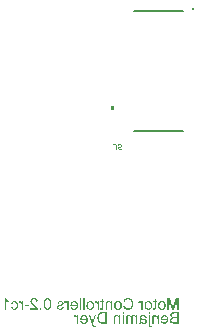
<source format=gbo>
G04*
G04 #@! TF.GenerationSoftware,Altium Limited,Altium Designer,18.1.11 (251)*
G04*
G04 Layer_Color=32896*
%FSLAX24Y24*%
%MOIN*%
G70*
G01*
G75*
%ADD11C,0.0060*%
G36*
X43365Y38875D02*
X43265D01*
Y38725D01*
X43365D01*
Y38875D01*
D02*
G37*
G36*
X40692Y32465D02*
X40701Y32464D01*
X40710Y32462D01*
X40718Y32460D01*
X40726Y32458D01*
X40733Y32456D01*
X40740Y32453D01*
X40746Y32451D01*
X40751Y32448D01*
X40756Y32445D01*
X40760Y32443D01*
X40763Y32441D01*
X40766Y32439D01*
X40768Y32438D01*
X40769Y32437D01*
X40769Y32436D01*
X40775Y32431D01*
X40780Y32425D01*
X40785Y32418D01*
X40789Y32411D01*
X40792Y32405D01*
X40795Y32398D01*
X40798Y32391D01*
X40800Y32385D01*
X40802Y32378D01*
X40803Y32373D01*
X40805Y32367D01*
X40805Y32363D01*
X40806Y32359D01*
X40806Y32356D01*
X40807Y32355D01*
Y32354D01*
X40758Y32349D01*
X40758Y32356D01*
X40758Y32362D01*
X40755Y32373D01*
X40752Y32383D01*
X40750Y32387D01*
X40748Y32390D01*
X40746Y32394D01*
X40744Y32397D01*
X40743Y32399D01*
X40741Y32401D01*
X40740Y32403D01*
X40739Y32404D01*
X40738Y32405D01*
X40738Y32405D01*
X40734Y32409D01*
X40730Y32412D01*
X40725Y32415D01*
X40721Y32417D01*
X40711Y32421D01*
X40703Y32423D01*
X40695Y32425D01*
X40692Y32425D01*
X40689D01*
X40686Y32426D01*
X40677D01*
X40671Y32425D01*
X40661Y32423D01*
X40652Y32420D01*
X40644Y32416D01*
X40639Y32413D01*
X40636Y32411D01*
X40634Y32409D01*
X40632Y32408D01*
X40631Y32407D01*
X40631Y32407D01*
X40630Y32406D01*
X40627Y32403D01*
X40624Y32399D01*
X40621Y32395D01*
X40619Y32391D01*
X40615Y32383D01*
X40612Y32376D01*
X40611Y32369D01*
X40610Y32366D01*
Y32364D01*
X40610Y32362D01*
Y32361D01*
Y32360D01*
Y32359D01*
X40610Y32354D01*
X40611Y32349D01*
X40613Y32339D01*
X40617Y32330D01*
X40621Y32321D01*
X40625Y32314D01*
X40627Y32311D01*
X40629Y32308D01*
X40630Y32306D01*
X40632Y32304D01*
X40632Y32303D01*
X40632Y32303D01*
X40637Y32297D01*
X40642Y32291D01*
X40649Y32284D01*
X40655Y32277D01*
X40669Y32264D01*
X40683Y32251D01*
X40690Y32244D01*
X40696Y32239D01*
X40702Y32234D01*
X40707Y32230D01*
X40711Y32226D01*
X40714Y32224D01*
X40716Y32222D01*
X40717Y32221D01*
X40725Y32215D01*
X40731Y32209D01*
X40738Y32204D01*
X40744Y32198D01*
X40750Y32193D01*
X40755Y32188D01*
X40759Y32184D01*
X40763Y32180D01*
X40767Y32176D01*
X40770Y32173D01*
X40773Y32170D01*
X40775Y32168D01*
X40777Y32166D01*
X40778Y32165D01*
X40779Y32164D01*
X40779Y32163D01*
X40787Y32154D01*
X40793Y32145D01*
X40798Y32136D01*
X40803Y32128D01*
X40806Y32122D01*
X40807Y32119D01*
X40808Y32117D01*
X40809Y32115D01*
X40810Y32113D01*
X40810Y32113D01*
Y32112D01*
X40812Y32106D01*
X40813Y32101D01*
X40815Y32095D01*
X40815Y32090D01*
X40815Y32086D01*
Y32083D01*
Y32081D01*
Y32080D01*
X40561D01*
Y32125D01*
X40751D01*
X40744Y32134D01*
X40741Y32138D01*
X40737Y32142D01*
X40734Y32145D01*
X40732Y32148D01*
X40731Y32150D01*
X40730Y32150D01*
X40728Y32153D01*
X40724Y32156D01*
X40721Y32159D01*
X40716Y32163D01*
X40708Y32171D01*
X40699Y32179D01*
X40690Y32187D01*
X40686Y32190D01*
X40682Y32193D01*
X40680Y32195D01*
X40677Y32197D01*
X40676Y32198D01*
X40676Y32199D01*
X40666Y32207D01*
X40658Y32214D01*
X40650Y32221D01*
X40643Y32227D01*
X40636Y32233D01*
X40630Y32239D01*
X40625Y32244D01*
X40620Y32249D01*
X40616Y32252D01*
X40612Y32256D01*
X40609Y32259D01*
X40607Y32262D01*
X40605Y32264D01*
X40604Y32265D01*
X40603Y32266D01*
X40603Y32266D01*
X40595Y32275D01*
X40589Y32284D01*
X40583Y32291D01*
X40579Y32299D01*
X40575Y32304D01*
X40573Y32309D01*
X40572Y32311D01*
X40572Y32312D01*
X40571Y32312D01*
Y32313D01*
X40568Y32321D01*
X40566Y32329D01*
X40564Y32337D01*
X40563Y32344D01*
X40562Y32350D01*
X40562Y32354D01*
Y32356D01*
Y32357D01*
Y32358D01*
Y32358D01*
X40562Y32366D01*
X40563Y32374D01*
X40565Y32382D01*
X40567Y32389D01*
X40569Y32396D01*
X40572Y32402D01*
X40575Y32408D01*
X40578Y32413D01*
X40581Y32418D01*
X40584Y32422D01*
X40587Y32426D01*
X40589Y32429D01*
X40591Y32431D01*
X40593Y32433D01*
X40594Y32434D01*
X40594Y32434D01*
X40600Y32440D01*
X40607Y32444D01*
X40614Y32448D01*
X40622Y32452D01*
X40629Y32455D01*
X40636Y32457D01*
X40643Y32460D01*
X40650Y32461D01*
X40657Y32462D01*
X40663Y32463D01*
X40668Y32464D01*
X40673Y32465D01*
X40676Y32465D01*
X40682D01*
X40692Y32465D01*
D02*
G37*
G36*
X39744Y32455D02*
X39750Y32446D01*
X39757Y32438D01*
X39764Y32430D01*
X39770Y32423D01*
X39773Y32420D01*
X39775Y32418D01*
X39778Y32416D01*
X39779Y32415D01*
X39780Y32414D01*
X39780Y32413D01*
X39792Y32404D01*
X39804Y32395D01*
X39815Y32388D01*
X39826Y32381D01*
X39831Y32378D01*
X39835Y32376D01*
X39839Y32373D01*
X39843Y32372D01*
X39846Y32371D01*
X39848Y32369D01*
X39849Y32369D01*
X39849Y32368D01*
Y32323D01*
X39841Y32326D01*
X39832Y32330D01*
X39824Y32334D01*
X39817Y32338D01*
X39810Y32342D01*
X39807Y32343D01*
X39805Y32345D01*
X39802Y32346D01*
X39801Y32346D01*
X39800Y32347D01*
X39800D01*
X39790Y32353D01*
X39781Y32359D01*
X39773Y32365D01*
X39767Y32370D01*
X39762Y32374D01*
X39758Y32377D01*
X39756Y32379D01*
X39755Y32380D01*
Y32080D01*
X39708D01*
Y32465D01*
X39738D01*
X39744Y32455D01*
D02*
G37*
G36*
X40516Y32195D02*
X40371D01*
Y32242D01*
X40516D01*
Y32195D01*
D02*
G37*
G36*
X45500Y32080D02*
X45451D01*
Y32407D01*
X45340Y32080D01*
X45294D01*
X45182Y32401D01*
Y32080D01*
X45133D01*
Y32464D01*
X45202D01*
X45294Y32197D01*
X45297Y32189D01*
X45299Y32182D01*
X45301Y32176D01*
X45303Y32170D01*
X45305Y32164D01*
X45307Y32159D01*
X45308Y32155D01*
X45309Y32150D01*
X45311Y32147D01*
X45312Y32144D01*
X45312Y32141D01*
X45313Y32139D01*
X45314Y32137D01*
X45314Y32136D01*
X45314Y32135D01*
Y32135D01*
X45316Y32139D01*
X45317Y32143D01*
X45320Y32152D01*
X45323Y32161D01*
X45326Y32170D01*
X45329Y32179D01*
X45330Y32182D01*
X45331Y32185D01*
X45332Y32188D01*
X45332Y32190D01*
X45333Y32191D01*
Y32192D01*
X45424Y32464D01*
X45500D01*
Y32080D01*
D02*
G37*
G36*
X44751Y32427D02*
Y32358D01*
X44786D01*
Y32321D01*
X44751D01*
Y32161D01*
Y32153D01*
X44751Y32146D01*
Y32140D01*
X44750Y32134D01*
X44750Y32129D01*
X44750Y32125D01*
X44749Y32121D01*
X44748Y32117D01*
X44748Y32114D01*
X44747Y32112D01*
X44747Y32110D01*
X44747Y32108D01*
X44746Y32106D01*
X44746Y32105D01*
X44743Y32101D01*
X44740Y32096D01*
X44737Y32093D01*
X44734Y32090D01*
X44730Y32087D01*
X44728Y32086D01*
X44726Y32084D01*
X44726Y32084D01*
X44720Y32081D01*
X44714Y32079D01*
X44707Y32078D01*
X44700Y32077D01*
X44695Y32076D01*
X44690Y32076D01*
X44686D01*
X44673Y32077D01*
X44668Y32077D01*
X44662Y32078D01*
X44657Y32079D01*
X44653Y32079D01*
X44651Y32080D01*
X44650D01*
X44656Y32122D01*
X44661Y32121D01*
X44665Y32121D01*
X44669Y32121D01*
X44672D01*
X44674Y32120D01*
X44681D01*
X44685Y32121D01*
X44687Y32121D01*
X44690Y32122D01*
X44691Y32123D01*
X44693Y32123D01*
X44693Y32123D01*
X44694D01*
X44697Y32126D01*
X44700Y32129D01*
X44701Y32132D01*
X44702Y32132D01*
Y32133D01*
X44703Y32135D01*
X44703Y32139D01*
X44704Y32143D01*
Y32148D01*
X44704Y32152D01*
Y32155D01*
Y32158D01*
Y32158D01*
Y32158D01*
Y32321D01*
X44656D01*
Y32358D01*
X44704D01*
Y32455D01*
X44751Y32427D01*
D02*
G37*
G36*
X42993D02*
Y32358D01*
X43028D01*
Y32321D01*
X42993D01*
Y32161D01*
Y32153D01*
X42992Y32146D01*
Y32140D01*
X42992Y32134D01*
X42992Y32129D01*
X42991Y32125D01*
X42991Y32121D01*
X42990Y32117D01*
X42989Y32114D01*
X42989Y32112D01*
X42989Y32110D01*
X42988Y32108D01*
X42988Y32106D01*
X42987Y32105D01*
X42985Y32101D01*
X42982Y32096D01*
X42979Y32093D01*
X42975Y32090D01*
X42972Y32087D01*
X42969Y32086D01*
X42968Y32084D01*
X42967Y32084D01*
X42962Y32081D01*
X42955Y32079D01*
X42949Y32078D01*
X42942Y32077D01*
X42936Y32076D01*
X42932Y32076D01*
X42927D01*
X42915Y32077D01*
X42909Y32077D01*
X42904Y32078D01*
X42899Y32079D01*
X42895Y32079D01*
X42893Y32080D01*
X42892D01*
X42898Y32122D01*
X42902Y32121D01*
X42907Y32121D01*
X42910Y32121D01*
X42913D01*
X42916Y32120D01*
X42923D01*
X42926Y32121D01*
X42929Y32121D01*
X42931Y32122D01*
X42933Y32123D01*
X42934Y32123D01*
X42935Y32123D01*
X42935D01*
X42939Y32126D01*
X42941Y32129D01*
X42943Y32132D01*
X42943Y32132D01*
Y32133D01*
X42944Y32135D01*
X42945Y32139D01*
X42945Y32143D01*
Y32148D01*
X42946Y32152D01*
Y32155D01*
Y32158D01*
Y32158D01*
Y32158D01*
Y32321D01*
X42898D01*
Y32358D01*
X42946D01*
Y32455D01*
X42993Y32427D01*
D02*
G37*
G36*
X43822Y32470D02*
X43831Y32470D01*
X43848Y32467D01*
X43856Y32465D01*
X43864Y32463D01*
X43871Y32461D01*
X43878Y32459D01*
X43884Y32457D01*
X43889Y32455D01*
X43894Y32452D01*
X43898Y32451D01*
X43901Y32449D01*
X43903Y32448D01*
X43905Y32447D01*
X43905Y32447D01*
X43913Y32442D01*
X43920Y32438D01*
X43927Y32432D01*
X43933Y32427D01*
X43939Y32421D01*
X43945Y32415D01*
X43949Y32410D01*
X43954Y32405D01*
X43957Y32399D01*
X43961Y32395D01*
X43964Y32390D01*
X43966Y32387D01*
X43968Y32383D01*
X43969Y32381D01*
X43970Y32380D01*
X43970Y32379D01*
X43975Y32371D01*
X43978Y32362D01*
X43981Y32353D01*
X43984Y32344D01*
X43988Y32326D01*
X43989Y32318D01*
X43990Y32310D01*
X43991Y32303D01*
X43992Y32296D01*
X43992Y32290D01*
X43993Y32284D01*
X43993Y32280D01*
Y32277D01*
Y32275D01*
Y32274D01*
X43993Y32264D01*
X43992Y32254D01*
X43990Y32235D01*
X43989Y32226D01*
X43987Y32218D01*
X43985Y32210D01*
X43983Y32202D01*
X43981Y32196D01*
X43980Y32190D01*
X43978Y32185D01*
X43976Y32180D01*
X43975Y32177D01*
X43974Y32174D01*
X43974Y32172D01*
X43973Y32172D01*
X43969Y32163D01*
X43965Y32155D01*
X43960Y32147D01*
X43955Y32140D01*
X43950Y32133D01*
X43946Y32128D01*
X43941Y32122D01*
X43936Y32117D01*
X43932Y32113D01*
X43928Y32109D01*
X43924Y32106D01*
X43920Y32103D01*
X43918Y32101D01*
X43916Y32100D01*
X43915Y32099D01*
X43914Y32098D01*
X43907Y32094D01*
X43899Y32090D01*
X43891Y32087D01*
X43882Y32084D01*
X43873Y32082D01*
X43865Y32080D01*
X43857Y32078D01*
X43849Y32077D01*
X43841Y32076D01*
X43835Y32075D01*
X43829Y32074D01*
X43824Y32074D01*
X43819Y32074D01*
X43813D01*
X43802Y32074D01*
X43791Y32075D01*
X43781Y32076D01*
X43772Y32078D01*
X43763Y32081D01*
X43754Y32084D01*
X43747Y32087D01*
X43740Y32090D01*
X43733Y32093D01*
X43728Y32096D01*
X43723Y32098D01*
X43719Y32101D01*
X43716Y32103D01*
X43714Y32105D01*
X43712Y32106D01*
X43712Y32106D01*
X43704Y32113D01*
X43697Y32120D01*
X43691Y32127D01*
X43685Y32135D01*
X43680Y32143D01*
X43675Y32151D01*
X43671Y32158D01*
X43667Y32166D01*
X43664Y32173D01*
X43661Y32180D01*
X43659Y32186D01*
X43657Y32191D01*
X43655Y32196D01*
X43655Y32199D01*
X43654Y32201D01*
Y32202D01*
X43705Y32215D01*
X43707Y32206D01*
X43710Y32197D01*
X43712Y32190D01*
X43715Y32182D01*
X43719Y32176D01*
X43722Y32170D01*
X43725Y32165D01*
X43729Y32160D01*
X43732Y32155D01*
X43735Y32152D01*
X43738Y32148D01*
X43740Y32146D01*
X43742Y32144D01*
X43744Y32143D01*
X43744Y32142D01*
X43745Y32141D01*
X43751Y32137D01*
X43757Y32133D01*
X43762Y32130D01*
X43769Y32127D01*
X43775Y32125D01*
X43781Y32123D01*
X43792Y32120D01*
X43797Y32119D01*
X43802Y32118D01*
X43806Y32118D01*
X43810Y32117D01*
X43813Y32117D01*
X43817D01*
X43824Y32117D01*
X43830Y32118D01*
X43842Y32120D01*
X43853Y32123D01*
X43863Y32126D01*
X43867Y32128D01*
X43871Y32129D01*
X43874Y32130D01*
X43877Y32132D01*
X43880Y32133D01*
X43881Y32134D01*
X43882Y32135D01*
X43883D01*
X43888Y32138D01*
X43893Y32142D01*
X43902Y32151D01*
X43910Y32160D01*
X43916Y32169D01*
X43920Y32177D01*
X43923Y32180D01*
X43924Y32183D01*
X43925Y32186D01*
X43926Y32187D01*
X43927Y32189D01*
Y32189D01*
X43931Y32203D01*
X43935Y32218D01*
X43938Y32232D01*
X43938Y32239D01*
X43939Y32246D01*
X43940Y32252D01*
X43940Y32257D01*
X43940Y32262D01*
Y32267D01*
X43941Y32270D01*
Y32273D01*
Y32274D01*
Y32275D01*
X43940Y32289D01*
X43939Y32302D01*
X43937Y32315D01*
X43936Y32321D01*
X43935Y32326D01*
X43934Y32331D01*
X43933Y32335D01*
X43932Y32339D01*
X43931Y32342D01*
X43930Y32345D01*
X43930Y32347D01*
X43929Y32348D01*
Y32348D01*
X43924Y32361D01*
X43918Y32373D01*
X43911Y32382D01*
X43907Y32386D01*
X43904Y32390D01*
X43900Y32394D01*
X43898Y32397D01*
X43895Y32400D01*
X43893Y32402D01*
X43891Y32403D01*
X43889Y32405D01*
X43888Y32405D01*
X43888Y32405D01*
X43882Y32409D01*
X43876Y32413D01*
X43870Y32415D01*
X43863Y32418D01*
X43851Y32422D01*
X43839Y32425D01*
X43834Y32425D01*
X43829Y32426D01*
X43824Y32426D01*
X43821Y32427D01*
X43817Y32427D01*
X43806D01*
X43799Y32426D01*
X43787Y32424D01*
X43776Y32421D01*
X43772Y32419D01*
X43767Y32418D01*
X43763Y32416D01*
X43759Y32414D01*
X43757Y32413D01*
X43754Y32411D01*
X43752Y32410D01*
X43751Y32409D01*
X43750Y32408D01*
X43749Y32408D01*
X43745Y32404D01*
X43740Y32400D01*
X43733Y32390D01*
X43726Y32380D01*
X43720Y32370D01*
X43716Y32361D01*
X43714Y32357D01*
X43713Y32354D01*
X43712Y32351D01*
X43711Y32348D01*
X43710Y32347D01*
Y32347D01*
X43660Y32358D01*
X43664Y32368D01*
X43668Y32377D01*
X43671Y32386D01*
X43676Y32394D01*
X43680Y32401D01*
X43685Y32408D01*
X43689Y32414D01*
X43694Y32420D01*
X43698Y32425D01*
X43702Y32429D01*
X43706Y32433D01*
X43709Y32435D01*
X43712Y32438D01*
X43714Y32440D01*
X43715Y32440D01*
X43715Y32441D01*
X43723Y32446D01*
X43731Y32450D01*
X43739Y32455D01*
X43747Y32458D01*
X43755Y32461D01*
X43763Y32463D01*
X43771Y32465D01*
X43779Y32467D01*
X43786Y32468D01*
X43792Y32469D01*
X43798Y32470D01*
X43803Y32470D01*
X43807Y32470D01*
X43812D01*
X43822Y32470D01*
D02*
G37*
G36*
X42033Y32364D02*
X42044Y32363D01*
X42053Y32361D01*
X42062Y32358D01*
X42070Y32355D01*
X42078Y32352D01*
X42085Y32348D01*
X42092Y32345D01*
X42098Y32341D01*
X42103Y32338D01*
X42107Y32334D01*
X42110Y32331D01*
X42113Y32329D01*
X42115Y32327D01*
X42117Y32326D01*
X42117Y32325D01*
X42123Y32318D01*
X42129Y32309D01*
X42134Y32301D01*
X42138Y32292D01*
X42141Y32283D01*
X42144Y32274D01*
X42147Y32265D01*
X42148Y32256D01*
X42150Y32248D01*
X42151Y32240D01*
X42152Y32234D01*
X42152Y32228D01*
Y32223D01*
X42153Y32219D01*
Y32217D01*
Y32216D01*
X42152Y32204D01*
X42151Y32192D01*
X42150Y32181D01*
X42147Y32171D01*
X42145Y32162D01*
X42142Y32153D01*
X42138Y32145D01*
X42135Y32138D01*
X42132Y32132D01*
X42129Y32126D01*
X42126Y32122D01*
X42123Y32118D01*
X42121Y32115D01*
X42119Y32113D01*
X42118Y32111D01*
X42118Y32111D01*
X42110Y32104D01*
X42103Y32098D01*
X42095Y32093D01*
X42087Y32089D01*
X42079Y32086D01*
X42071Y32083D01*
X42063Y32080D01*
X42056Y32078D01*
X42048Y32077D01*
X42042Y32076D01*
X42036Y32075D01*
X42031Y32074D01*
X42026D01*
X42023Y32074D01*
X42021D01*
X42012Y32074D01*
X42003Y32074D01*
X41995Y32076D01*
X41988Y32077D01*
X41981Y32079D01*
X41974Y32081D01*
X41968Y32083D01*
X41963Y32085D01*
X41958Y32087D01*
X41954Y32089D01*
X41950Y32091D01*
X41947Y32093D01*
X41944Y32095D01*
X41942Y32096D01*
X41942Y32096D01*
X41941Y32097D01*
X41935Y32101D01*
X41930Y32106D01*
X41926Y32112D01*
X41921Y32117D01*
X41914Y32128D01*
X41908Y32139D01*
X41906Y32144D01*
X41904Y32148D01*
X41902Y32153D01*
X41901Y32156D01*
X41900Y32159D01*
X41899Y32161D01*
X41898Y32163D01*
Y32163D01*
X41947Y32170D01*
X41952Y32159D01*
X41957Y32150D01*
X41961Y32142D01*
X41966Y32136D01*
X41970Y32131D01*
X41974Y32128D01*
X41976Y32126D01*
X41976Y32125D01*
X41976D01*
X41984Y32121D01*
X41991Y32118D01*
X41999Y32116D01*
X42005Y32114D01*
X42011Y32113D01*
X42016Y32113D01*
X42018Y32112D01*
X42021D01*
X42027Y32113D01*
X42033Y32113D01*
X42039Y32114D01*
X42044Y32116D01*
X42054Y32120D01*
X42063Y32124D01*
X42066Y32126D01*
X42070Y32129D01*
X42072Y32131D01*
X42075Y32133D01*
X42076Y32134D01*
X42078Y32135D01*
X42078Y32136D01*
X42079Y32136D01*
X42083Y32141D01*
X42087Y32146D01*
X42090Y32152D01*
X42093Y32158D01*
X42097Y32170D01*
X42100Y32181D01*
X42102Y32186D01*
X42103Y32191D01*
X42103Y32195D01*
X42104Y32200D01*
X42104Y32202D01*
X42105Y32205D01*
Y32207D01*
Y32207D01*
X41897D01*
X41897Y32212D01*
Y32217D01*
Y32219D01*
Y32220D01*
X41897Y32232D01*
X41898Y32244D01*
X41900Y32255D01*
X41902Y32265D01*
X41905Y32275D01*
X41908Y32284D01*
X41911Y32291D01*
X41914Y32299D01*
X41917Y32305D01*
X41921Y32311D01*
X41924Y32315D01*
X41927Y32319D01*
X41929Y32322D01*
X41930Y32324D01*
X41932Y32326D01*
X41932Y32326D01*
X41939Y32333D01*
X41946Y32338D01*
X41954Y32344D01*
X41961Y32348D01*
X41969Y32352D01*
X41976Y32355D01*
X41984Y32358D01*
X41991Y32360D01*
X41997Y32361D01*
X42004Y32362D01*
X42009Y32363D01*
X42014Y32364D01*
X42018D01*
X42021Y32364D01*
X42023D01*
X42033Y32364D01*
D02*
G37*
G36*
X40041Y32363D02*
X40054Y32362D01*
X40065Y32359D01*
X40070Y32357D01*
X40075Y32356D01*
X40079Y32354D01*
X40083Y32353D01*
X40086Y32351D01*
X40089Y32350D01*
X40092Y32349D01*
X40093Y32348D01*
X40094Y32347D01*
X40094D01*
X40105Y32340D01*
X40114Y32332D01*
X40122Y32324D01*
X40129Y32316D01*
X40134Y32308D01*
X40135Y32305D01*
X40137Y32302D01*
X40138Y32300D01*
X40139Y32298D01*
X40140Y32297D01*
Y32296D01*
X40145Y32284D01*
X40148Y32270D01*
X40151Y32257D01*
X40153Y32244D01*
X40153Y32239D01*
X40154Y32234D01*
X40154Y32229D01*
Y32225D01*
X40154Y32222D01*
Y32220D01*
Y32218D01*
Y32217D01*
X40154Y32205D01*
X40153Y32193D01*
X40151Y32182D01*
X40149Y32171D01*
X40146Y32162D01*
X40144Y32153D01*
X40140Y32145D01*
X40137Y32138D01*
X40134Y32132D01*
X40131Y32126D01*
X40128Y32121D01*
X40125Y32118D01*
X40123Y32114D01*
X40122Y32112D01*
X40120Y32111D01*
X40120Y32111D01*
X40113Y32104D01*
X40106Y32098D01*
X40099Y32093D01*
X40091Y32089D01*
X40083Y32086D01*
X40076Y32083D01*
X40068Y32080D01*
X40061Y32078D01*
X40055Y32076D01*
X40048Y32076D01*
X40043Y32075D01*
X40038Y32074D01*
X40034D01*
X40031Y32074D01*
X40028D01*
X40020Y32074D01*
X40012Y32075D01*
X40005Y32076D01*
X39997Y32078D01*
X39990Y32080D01*
X39984Y32082D01*
X39978Y32084D01*
X39973Y32087D01*
X39968Y32090D01*
X39964Y32092D01*
X39961Y32094D01*
X39957Y32096D01*
X39955Y32098D01*
X39953Y32099D01*
X39952Y32100D01*
X39952Y32101D01*
X39946Y32106D01*
X39941Y32111D01*
X39936Y32118D01*
X39933Y32124D01*
X39929Y32130D01*
X39926Y32136D01*
X39921Y32148D01*
X39919Y32154D01*
X39917Y32159D01*
X39916Y32163D01*
X39914Y32168D01*
X39914Y32171D01*
X39913Y32173D01*
X39913Y32175D01*
Y32175D01*
X39959Y32182D01*
X39960Y32175D01*
X39961Y32169D01*
X39963Y32163D01*
X39965Y32158D01*
X39967Y32153D01*
X39968Y32149D01*
X39971Y32145D01*
X39973Y32142D01*
X39975Y32139D01*
X39976Y32136D01*
X39980Y32132D01*
X39982Y32130D01*
X39982Y32129D01*
X39983Y32129D01*
X39990Y32123D01*
X39998Y32119D01*
X40005Y32116D01*
X40013Y32114D01*
X40019Y32113D01*
X40022Y32113D01*
X40024D01*
X40026Y32112D01*
X40029D01*
X40035Y32113D01*
X40041Y32113D01*
X40047Y32115D01*
X40052Y32116D01*
X40062Y32120D01*
X40070Y32125D01*
X40073Y32127D01*
X40076Y32130D01*
X40079Y32132D01*
X40081Y32134D01*
X40083Y32135D01*
X40084Y32136D01*
X40085Y32137D01*
X40085Y32138D01*
X40089Y32143D01*
X40092Y32148D01*
X40095Y32155D01*
X40097Y32161D01*
X40101Y32175D01*
X40104Y32188D01*
X40104Y32194D01*
X40105Y32200D01*
X40105Y32205D01*
X40106Y32210D01*
X40106Y32214D01*
Y32217D01*
Y32219D01*
Y32219D01*
X40106Y32229D01*
X40105Y32239D01*
X40104Y32247D01*
X40103Y32255D01*
X40101Y32262D01*
X40099Y32269D01*
X40097Y32275D01*
X40095Y32280D01*
X40093Y32285D01*
X40091Y32289D01*
X40089Y32292D01*
X40087Y32295D01*
X40086Y32297D01*
X40085Y32299D01*
X40085Y32299D01*
X40084Y32300D01*
X40080Y32304D01*
X40075Y32308D01*
X40070Y32312D01*
X40066Y32315D01*
X40061Y32317D01*
X40056Y32319D01*
X40047Y32322D01*
X40039Y32324D01*
X40035Y32325D01*
X40032Y32325D01*
X40030Y32326D01*
X40026D01*
X40018Y32325D01*
X40010Y32324D01*
X40003Y32321D01*
X39998Y32319D01*
X39993Y32316D01*
X39989Y32314D01*
X39987Y32312D01*
X39986Y32311D01*
X39981Y32305D01*
X39976Y32299D01*
X39972Y32291D01*
X39968Y32285D01*
X39966Y32279D01*
X39964Y32274D01*
X39964Y32272D01*
X39963Y32270D01*
X39963Y32269D01*
Y32269D01*
X39917Y32276D01*
X39919Y32284D01*
X39921Y32291D01*
X39924Y32298D01*
X39926Y32304D01*
X39929Y32310D01*
X39933Y32315D01*
X39936Y32320D01*
X39939Y32324D01*
X39942Y32328D01*
X39945Y32331D01*
X39947Y32334D01*
X39950Y32337D01*
X39951Y32338D01*
X39953Y32340D01*
X39954Y32341D01*
X39954Y32341D01*
X39960Y32345D01*
X39966Y32349D01*
X39972Y32352D01*
X39978Y32354D01*
X39990Y32358D01*
X40002Y32361D01*
X40008Y32362D01*
X40013Y32363D01*
X40017Y32363D01*
X40021Y32364D01*
X40024Y32364D01*
X40028D01*
X40041Y32363D01*
D02*
G37*
G36*
X44216Y32364D02*
X44222Y32363D01*
X44227Y32361D01*
X44231Y32360D01*
X44235Y32358D01*
X44237Y32356D01*
X44239Y32355D01*
X44240Y32355D01*
X44242Y32353D01*
X44245Y32350D01*
X44250Y32345D01*
X44255Y32338D01*
X44260Y32331D01*
X44264Y32326D01*
X44267Y32320D01*
X44268Y32319D01*
X44269Y32317D01*
X44270Y32316D01*
Y32358D01*
X44312D01*
Y32080D01*
X44265D01*
Y32225D01*
X44265Y32236D01*
X44264Y32247D01*
X44263Y32256D01*
X44262Y32264D01*
X44260Y32271D01*
X44259Y32274D01*
X44259Y32276D01*
X44259Y32278D01*
X44258Y32279D01*
X44258Y32280D01*
Y32280D01*
X44255Y32286D01*
X44253Y32291D01*
X44250Y32296D01*
X44247Y32299D01*
X44245Y32302D01*
X44242Y32304D01*
X44241Y32306D01*
X44240Y32306D01*
X44235Y32309D01*
X44231Y32311D01*
X44226Y32313D01*
X44222Y32314D01*
X44218Y32315D01*
X44215Y32316D01*
X44212D01*
X44206Y32315D01*
X44200Y32314D01*
X44194Y32312D01*
X44189Y32311D01*
X44184Y32309D01*
X44181Y32307D01*
X44179Y32306D01*
X44178Y32305D01*
X44161Y32349D01*
X44170Y32354D01*
X44180Y32358D01*
X44188Y32361D01*
X44195Y32362D01*
X44201Y32363D01*
X44204Y32364D01*
X44206D01*
X44207Y32364D01*
X44210D01*
X44216Y32364D01*
D02*
G37*
G36*
X43179D02*
X43189Y32362D01*
X43198Y32360D01*
X43207Y32357D01*
X43215Y32353D01*
X43222Y32350D01*
X43228Y32346D01*
X43234Y32341D01*
X43239Y32337D01*
X43244Y32333D01*
X43248Y32329D01*
X43251Y32325D01*
X43253Y32322D01*
X43255Y32320D01*
X43256Y32319D01*
X43257Y32318D01*
Y32358D01*
X43299D01*
Y32080D01*
X43252D01*
Y32232D01*
X43252Y32241D01*
X43251Y32250D01*
X43250Y32258D01*
X43249Y32266D01*
X43247Y32272D01*
X43245Y32278D01*
X43243Y32284D01*
X43241Y32288D01*
X43239Y32292D01*
X43237Y32296D01*
X43235Y32298D01*
X43234Y32301D01*
X43232Y32302D01*
X43231Y32304D01*
X43231Y32304D01*
X43230Y32304D01*
X43226Y32308D01*
X43222Y32311D01*
X43213Y32316D01*
X43204Y32319D01*
X43196Y32321D01*
X43189Y32323D01*
X43186Y32323D01*
X43183D01*
X43181Y32324D01*
X43178D01*
X43171Y32323D01*
X43165Y32322D01*
X43160Y32321D01*
X43155Y32319D01*
X43151Y32318D01*
X43148Y32316D01*
X43146Y32315D01*
X43145Y32315D01*
X43140Y32311D01*
X43136Y32308D01*
X43133Y32304D01*
X43130Y32300D01*
X43128Y32297D01*
X43127Y32294D01*
X43126Y32293D01*
X43126Y32292D01*
X43124Y32286D01*
X43123Y32279D01*
X43121Y32272D01*
X43121Y32265D01*
X43120Y32259D01*
X43120Y32256D01*
Y32254D01*
Y32252D01*
Y32250D01*
Y32249D01*
Y32249D01*
Y32080D01*
X43073D01*
Y32251D01*
Y32257D01*
Y32262D01*
X43073Y32267D01*
Y32272D01*
X43074Y32276D01*
Y32280D01*
X43074Y32286D01*
X43075Y32291D01*
X43076Y32294D01*
X43076Y32296D01*
Y32296D01*
X43078Y32304D01*
X43080Y32311D01*
X43082Y32316D01*
X43085Y32321D01*
X43087Y32326D01*
X43089Y32329D01*
X43090Y32331D01*
X43091Y32331D01*
X43095Y32337D01*
X43100Y32341D01*
X43105Y32345D01*
X43110Y32349D01*
X43115Y32351D01*
X43119Y32353D01*
X43121Y32355D01*
X43122Y32355D01*
X43122D01*
X43130Y32358D01*
X43138Y32361D01*
X43146Y32362D01*
X43153Y32363D01*
X43159Y32364D01*
X43162D01*
X43164Y32364D01*
X43168D01*
X43179Y32364D01*
D02*
G37*
G36*
X42756D02*
X42761Y32363D01*
X42766Y32361D01*
X42771Y32360D01*
X42774Y32358D01*
X42777Y32356D01*
X42779Y32355D01*
X42780Y32355D01*
X42782Y32353D01*
X42785Y32350D01*
X42790Y32345D01*
X42795Y32338D01*
X42800Y32331D01*
X42804Y32326D01*
X42807Y32320D01*
X42808Y32319D01*
X42809Y32317D01*
X42810Y32316D01*
Y32358D01*
X42852D01*
Y32080D01*
X42805D01*
Y32225D01*
X42805Y32236D01*
X42804Y32247D01*
X42803Y32256D01*
X42801Y32264D01*
X42800Y32271D01*
X42799Y32274D01*
X42799Y32276D01*
X42799Y32278D01*
X42798Y32279D01*
X42798Y32280D01*
Y32280D01*
X42795Y32286D01*
X42793Y32291D01*
X42790Y32296D01*
X42787Y32299D01*
X42784Y32302D01*
X42782Y32304D01*
X42781Y32306D01*
X42780Y32306D01*
X42775Y32309D01*
X42771Y32311D01*
X42766Y32313D01*
X42761Y32314D01*
X42758Y32315D01*
X42755Y32316D01*
X42752D01*
X42746Y32315D01*
X42739Y32314D01*
X42734Y32312D01*
X42729Y32311D01*
X42724Y32309D01*
X42721Y32307D01*
X42719Y32306D01*
X42718Y32305D01*
X42701Y32349D01*
X42710Y32354D01*
X42719Y32358D01*
X42727Y32361D01*
X42735Y32362D01*
X42741Y32363D01*
X42744Y32364D01*
X42746D01*
X42747Y32364D01*
X42750D01*
X42756Y32364D01*
D02*
G37*
G36*
X42376Y32080D02*
X42329D01*
Y32464D01*
X42376D01*
Y32080D01*
D02*
G37*
G36*
X42257D02*
X42210D01*
Y32464D01*
X42257D01*
Y32080D01*
D02*
G37*
G36*
X41743Y32364D02*
X41749Y32363D01*
X41754Y32361D01*
X41758Y32360D01*
X41761Y32358D01*
X41764Y32356D01*
X41766Y32355D01*
X41767Y32355D01*
X41769Y32353D01*
X41772Y32350D01*
X41777Y32345D01*
X41782Y32338D01*
X41787Y32331D01*
X41791Y32326D01*
X41794Y32320D01*
X41795Y32319D01*
X41796Y32317D01*
X41797Y32316D01*
Y32358D01*
X41839D01*
Y32080D01*
X41792D01*
Y32225D01*
X41792Y32236D01*
X41791Y32247D01*
X41790Y32256D01*
X41788Y32264D01*
X41787Y32271D01*
X41786Y32274D01*
X41786Y32276D01*
X41786Y32278D01*
X41785Y32279D01*
X41785Y32280D01*
Y32280D01*
X41782Y32286D01*
X41780Y32291D01*
X41777Y32296D01*
X41774Y32299D01*
X41771Y32302D01*
X41769Y32304D01*
X41768Y32306D01*
X41767Y32306D01*
X41762Y32309D01*
X41758Y32311D01*
X41753Y32313D01*
X41749Y32314D01*
X41745Y32315D01*
X41742Y32316D01*
X41739D01*
X41733Y32315D01*
X41726Y32314D01*
X41721Y32312D01*
X41716Y32311D01*
X41711Y32309D01*
X41708Y32307D01*
X41706Y32306D01*
X41705Y32305D01*
X41688Y32349D01*
X41697Y32354D01*
X41707Y32358D01*
X41714Y32361D01*
X41722Y32362D01*
X41728Y32363D01*
X41731Y32364D01*
X41733D01*
X41734Y32364D01*
X41737D01*
X41743Y32364D01*
D02*
G37*
G36*
X40931Y32080D02*
X40878D01*
Y32133D01*
X40931D01*
Y32080D01*
D02*
G37*
G36*
X40223Y32364D02*
X40229Y32363D01*
X40234Y32361D01*
X40238Y32360D01*
X40242Y32358D01*
X40245Y32356D01*
X40246Y32355D01*
X40247Y32355D01*
X40250Y32353D01*
X40253Y32350D01*
X40258Y32345D01*
X40263Y32338D01*
X40267Y32331D01*
X40271Y32326D01*
X40274Y32320D01*
X40275Y32319D01*
X40276Y32317D01*
X40277Y32316D01*
Y32358D01*
X40320D01*
Y32080D01*
X40273D01*
Y32225D01*
X40272Y32236D01*
X40271Y32247D01*
X40270Y32256D01*
X40269Y32264D01*
X40268Y32271D01*
X40267Y32274D01*
X40266Y32276D01*
X40266Y32278D01*
X40265Y32279D01*
X40265Y32280D01*
Y32280D01*
X40263Y32286D01*
X40260Y32291D01*
X40257Y32296D01*
X40254Y32299D01*
X40252Y32302D01*
X40250Y32304D01*
X40248Y32306D01*
X40248Y32306D01*
X40243Y32309D01*
X40238Y32311D01*
X40233Y32313D01*
X40229Y32314D01*
X40225Y32315D01*
X40222Y32316D01*
X40220D01*
X40213Y32315D01*
X40207Y32314D01*
X40201Y32312D01*
X40196Y32311D01*
X40191Y32309D01*
X40188Y32307D01*
X40186Y32306D01*
X40185Y32305D01*
X40169Y32349D01*
X40178Y32354D01*
X40187Y32358D01*
X40195Y32361D01*
X40202Y32362D01*
X40208Y32363D01*
X40211Y32364D01*
X40213D01*
X40215Y32364D01*
X40217D01*
X40223Y32364D01*
D02*
G37*
G36*
X44954Y32364D02*
X44963Y32363D01*
X44972Y32361D01*
X44980Y32359D01*
X44988Y32357D01*
X44995Y32354D01*
X45002Y32352D01*
X45007Y32349D01*
X45013Y32346D01*
X45018Y32343D01*
X45022Y32340D01*
X45026Y32338D01*
X45028Y32336D01*
X45030Y32334D01*
X45032Y32334D01*
X45032Y32333D01*
X45039Y32326D01*
X45046Y32318D01*
X45052Y32309D01*
X45057Y32300D01*
X45061Y32290D01*
X45064Y32281D01*
X45067Y32271D01*
X45069Y32262D01*
X45071Y32253D01*
X45073Y32245D01*
X45074Y32238D01*
X45074Y32231D01*
X45074Y32226D01*
X45075Y32222D01*
Y32220D01*
Y32219D01*
Y32219D01*
X45074Y32206D01*
X45073Y32194D01*
X45072Y32182D01*
X45069Y32172D01*
X45067Y32163D01*
X45064Y32154D01*
X45060Y32146D01*
X45057Y32138D01*
X45054Y32132D01*
X45050Y32126D01*
X45047Y32122D01*
X45044Y32118D01*
X45042Y32115D01*
X45041Y32113D01*
X45039Y32111D01*
X45039Y32111D01*
X45032Y32104D01*
X45025Y32098D01*
X45017Y32093D01*
X45009Y32089D01*
X45001Y32086D01*
X44993Y32083D01*
X44986Y32080D01*
X44978Y32078D01*
X44971Y32077D01*
X44965Y32076D01*
X44959Y32075D01*
X44954Y32074D01*
X44950D01*
X44947Y32074D01*
X44945D01*
X44931Y32074D01*
X44919Y32076D01*
X44908Y32079D01*
X44902Y32080D01*
X44898Y32082D01*
X44893Y32083D01*
X44889Y32085D01*
X44886Y32086D01*
X44883Y32088D01*
X44881Y32088D01*
X44879Y32089D01*
X44878Y32090D01*
X44878D01*
X44867Y32097D01*
X44857Y32105D01*
X44849Y32113D01*
X44843Y32121D01*
X44837Y32127D01*
X44835Y32130D01*
X44834Y32133D01*
X44832Y32135D01*
X44831Y32137D01*
X44831Y32138D01*
Y32138D01*
X44828Y32144D01*
X44825Y32150D01*
X44821Y32164D01*
X44818Y32178D01*
X44817Y32192D01*
X44816Y32198D01*
X44815Y32204D01*
X44815Y32209D01*
Y32214D01*
X44814Y32217D01*
Y32220D01*
Y32222D01*
Y32222D01*
X44815Y32234D01*
X44816Y32246D01*
X44818Y32257D01*
X44820Y32267D01*
X44823Y32276D01*
X44826Y32284D01*
X44829Y32292D01*
X44833Y32299D01*
X44836Y32306D01*
X44839Y32311D01*
X44843Y32316D01*
X44845Y32319D01*
X44848Y32323D01*
X44849Y32325D01*
X44851Y32326D01*
X44851Y32326D01*
X44858Y32333D01*
X44866Y32339D01*
X44873Y32344D01*
X44881Y32348D01*
X44889Y32352D01*
X44896Y32355D01*
X44904Y32358D01*
X44911Y32360D01*
X44918Y32361D01*
X44925Y32362D01*
X44930Y32363D01*
X44935Y32364D01*
X44939D01*
X44942Y32364D01*
X44945D01*
X44954Y32364D01*
D02*
G37*
G36*
X44507D02*
X44516Y32363D01*
X44524Y32361D01*
X44533Y32359D01*
X44541Y32357D01*
X44548Y32354D01*
X44554Y32352D01*
X44560Y32349D01*
X44566Y32346D01*
X44571Y32343D01*
X44575Y32340D01*
X44579Y32338D01*
X44581Y32336D01*
X44583Y32334D01*
X44584Y32334D01*
X44585Y32333D01*
X44592Y32326D01*
X44599Y32318D01*
X44605Y32309D01*
X44610Y32300D01*
X44613Y32290D01*
X44617Y32281D01*
X44620Y32271D01*
X44622Y32262D01*
X44624Y32253D01*
X44626Y32245D01*
X44626Y32238D01*
X44627Y32231D01*
X44627Y32226D01*
X44628Y32222D01*
Y32220D01*
Y32219D01*
Y32219D01*
X44627Y32206D01*
X44626Y32194D01*
X44624Y32182D01*
X44622Y32172D01*
X44619Y32163D01*
X44616Y32154D01*
X44613Y32146D01*
X44610Y32138D01*
X44606Y32132D01*
X44603Y32126D01*
X44600Y32122D01*
X44597Y32118D01*
X44595Y32115D01*
X44594Y32113D01*
X44592Y32111D01*
X44592Y32111D01*
X44585Y32104D01*
X44577Y32098D01*
X44570Y32093D01*
X44562Y32089D01*
X44554Y32086D01*
X44546Y32083D01*
X44539Y32080D01*
X44531Y32078D01*
X44524Y32077D01*
X44518Y32076D01*
X44512Y32075D01*
X44507Y32074D01*
X44503D01*
X44500Y32074D01*
X44497D01*
X44484Y32074D01*
X44472Y32076D01*
X44460Y32079D01*
X44455Y32080D01*
X44450Y32082D01*
X44446Y32083D01*
X44442Y32085D01*
X44439Y32086D01*
X44436Y32088D01*
X44433Y32088D01*
X44432Y32089D01*
X44431Y32090D01*
X44430D01*
X44420Y32097D01*
X44410Y32105D01*
X44402Y32113D01*
X44396Y32121D01*
X44390Y32127D01*
X44388Y32130D01*
X44386Y32133D01*
X44385Y32135D01*
X44384Y32137D01*
X44383Y32138D01*
Y32138D01*
X44381Y32144D01*
X44378Y32150D01*
X44374Y32164D01*
X44371Y32178D01*
X44369Y32192D01*
X44368Y32198D01*
X44368Y32204D01*
X44368Y32209D01*
Y32214D01*
X44367Y32217D01*
Y32220D01*
Y32222D01*
Y32222D01*
X44368Y32234D01*
X44369Y32246D01*
X44371Y32257D01*
X44373Y32267D01*
X44376Y32276D01*
X44379Y32284D01*
X44382Y32292D01*
X44386Y32299D01*
X44389Y32306D01*
X44392Y32311D01*
X44396Y32316D01*
X44398Y32319D01*
X44401Y32323D01*
X44402Y32325D01*
X44403Y32326D01*
X44404Y32326D01*
X44411Y32333D01*
X44418Y32339D01*
X44426Y32344D01*
X44434Y32348D01*
X44442Y32352D01*
X44449Y32355D01*
X44457Y32358D01*
X44464Y32360D01*
X44471Y32361D01*
X44477Y32362D01*
X44483Y32363D01*
X44488Y32364D01*
X44492D01*
X44495Y32364D01*
X44497D01*
X44507Y32364D01*
D02*
G37*
G36*
X43494D02*
X43503Y32363D01*
X43512Y32361D01*
X43520Y32359D01*
X43528Y32357D01*
X43535Y32354D01*
X43541Y32352D01*
X43547Y32349D01*
X43553Y32346D01*
X43558Y32343D01*
X43562Y32340D01*
X43566Y32338D01*
X43568Y32336D01*
X43570Y32334D01*
X43571Y32334D01*
X43572Y32333D01*
X43579Y32326D01*
X43586Y32318D01*
X43592Y32309D01*
X43597Y32300D01*
X43601Y32290D01*
X43604Y32281D01*
X43607Y32271D01*
X43609Y32262D01*
X43611Y32253D01*
X43613Y32245D01*
X43613Y32238D01*
X43614Y32231D01*
X43614Y32226D01*
X43615Y32222D01*
Y32220D01*
Y32219D01*
Y32219D01*
X43614Y32206D01*
X43613Y32194D01*
X43611Y32182D01*
X43609Y32172D01*
X43606Y32163D01*
X43603Y32154D01*
X43600Y32146D01*
X43597Y32138D01*
X43593Y32132D01*
X43590Y32126D01*
X43587Y32122D01*
X43584Y32118D01*
X43582Y32115D01*
X43581Y32113D01*
X43579Y32111D01*
X43579Y32111D01*
X43572Y32104D01*
X43564Y32098D01*
X43557Y32093D01*
X43549Y32089D01*
X43541Y32086D01*
X43533Y32083D01*
X43526Y32080D01*
X43518Y32078D01*
X43511Y32077D01*
X43505Y32076D01*
X43499Y32075D01*
X43494Y32074D01*
X43490D01*
X43487Y32074D01*
X43484D01*
X43471Y32074D01*
X43459Y32076D01*
X43447Y32079D01*
X43442Y32080D01*
X43437Y32082D01*
X43433Y32083D01*
X43429Y32085D01*
X43426Y32086D01*
X43423Y32088D01*
X43420Y32088D01*
X43419Y32089D01*
X43418Y32090D01*
X43418D01*
X43407Y32097D01*
X43397Y32105D01*
X43389Y32113D01*
X43383Y32121D01*
X43377Y32127D01*
X43375Y32130D01*
X43373Y32133D01*
X43372Y32135D01*
X43371Y32137D01*
X43370Y32138D01*
Y32138D01*
X43368Y32144D01*
X43365Y32150D01*
X43361Y32164D01*
X43358Y32178D01*
X43356Y32192D01*
X43356Y32198D01*
X43355Y32204D01*
X43355Y32209D01*
Y32214D01*
X43354Y32217D01*
Y32220D01*
Y32222D01*
Y32222D01*
X43355Y32234D01*
X43356Y32246D01*
X43358Y32257D01*
X43360Y32267D01*
X43363Y32276D01*
X43366Y32284D01*
X43369Y32292D01*
X43373Y32299D01*
X43376Y32306D01*
X43379Y32311D01*
X43383Y32316D01*
X43385Y32319D01*
X43388Y32323D01*
X43389Y32325D01*
X43390Y32326D01*
X43391Y32326D01*
X43398Y32333D01*
X43405Y32339D01*
X43413Y32344D01*
X43421Y32348D01*
X43429Y32352D01*
X43436Y32355D01*
X43444Y32358D01*
X43451Y32360D01*
X43458Y32361D01*
X43465Y32362D01*
X43470Y32363D01*
X43475Y32364D01*
X43479D01*
X43482Y32364D01*
X43484D01*
X43494Y32364D01*
D02*
G37*
G36*
X42570Y32364D02*
X42579Y32363D01*
X42588Y32361D01*
X42596Y32359D01*
X42604Y32357D01*
X42611Y32354D01*
X42618Y32352D01*
X42623Y32349D01*
X42629Y32346D01*
X42634Y32343D01*
X42638Y32340D01*
X42642Y32338D01*
X42644Y32336D01*
X42646Y32334D01*
X42647Y32334D01*
X42648Y32333D01*
X42655Y32326D01*
X42662Y32318D01*
X42668Y32309D01*
X42673Y32300D01*
X42677Y32290D01*
X42680Y32281D01*
X42683Y32271D01*
X42685Y32262D01*
X42687Y32253D01*
X42689Y32245D01*
X42689Y32238D01*
X42690Y32231D01*
X42690Y32226D01*
X42691Y32222D01*
Y32220D01*
Y32219D01*
Y32219D01*
X42690Y32206D01*
X42689Y32194D01*
X42687Y32182D01*
X42685Y32172D01*
X42682Y32163D01*
X42680Y32154D01*
X42676Y32146D01*
X42673Y32138D01*
X42670Y32132D01*
X42666Y32126D01*
X42663Y32122D01*
X42660Y32118D01*
X42658Y32115D01*
X42657Y32113D01*
X42655Y32111D01*
X42655Y32111D01*
X42648Y32104D01*
X42640Y32098D01*
X42633Y32093D01*
X42625Y32089D01*
X42617Y32086D01*
X42609Y32083D01*
X42602Y32080D01*
X42594Y32078D01*
X42587Y32077D01*
X42581Y32076D01*
X42575Y32075D01*
X42570Y32074D01*
X42566D01*
X42563Y32074D01*
X42561D01*
X42547Y32074D01*
X42535Y32076D01*
X42524Y32079D01*
X42518Y32080D01*
X42514Y32082D01*
X42509Y32083D01*
X42505Y32085D01*
X42502Y32086D01*
X42499Y32088D01*
X42496Y32088D01*
X42495Y32089D01*
X42494Y32090D01*
X42494D01*
X42483Y32097D01*
X42473Y32105D01*
X42465Y32113D01*
X42459Y32120D01*
X42453Y32127D01*
X42451Y32130D01*
X42449Y32133D01*
X42448Y32135D01*
X42447Y32137D01*
X42447Y32138D01*
Y32138D01*
X42444Y32144D01*
X42441Y32150D01*
X42437Y32164D01*
X42434Y32178D01*
X42432Y32192D01*
X42432Y32198D01*
X42431Y32204D01*
X42431Y32209D01*
Y32214D01*
X42430Y32217D01*
Y32220D01*
Y32222D01*
Y32222D01*
X42431Y32234D01*
X42432Y32246D01*
X42434Y32257D01*
X42436Y32267D01*
X42439Y32276D01*
X42442Y32284D01*
X42445Y32292D01*
X42449Y32299D01*
X42452Y32306D01*
X42455Y32311D01*
X42459Y32316D01*
X42461Y32319D01*
X42464Y32323D01*
X42465Y32325D01*
X42467Y32326D01*
X42467Y32326D01*
X42474Y32333D01*
X42481Y32339D01*
X42489Y32344D01*
X42497Y32348D01*
X42505Y32352D01*
X42512Y32355D01*
X42520Y32358D01*
X42527Y32360D01*
X42534Y32361D01*
X42541Y32362D01*
X42546Y32363D01*
X42551Y32364D01*
X42555D01*
X42558Y32364D01*
X42561D01*
X42570Y32364D01*
D02*
G37*
G36*
X41577D02*
X41584Y32363D01*
X41591Y32363D01*
X41597Y32361D01*
X41603Y32360D01*
X41606Y32359D01*
X41609Y32359D01*
X41609Y32358D01*
X41610D01*
X41616Y32356D01*
X41622Y32354D01*
X41627Y32351D01*
X41632Y32349D01*
X41635Y32348D01*
X41637Y32346D01*
X41639Y32345D01*
X41640Y32345D01*
X41645Y32341D01*
X41649Y32336D01*
X41654Y32332D01*
X41657Y32328D01*
X41659Y32324D01*
X41661Y32321D01*
X41662Y32319D01*
X41663Y32319D01*
X41666Y32313D01*
X41668Y32306D01*
X41669Y32301D01*
X41670Y32295D01*
X41671Y32291D01*
X41671Y32287D01*
Y32285D01*
Y32284D01*
Y32284D01*
X41671Y32277D01*
X41669Y32269D01*
X41668Y32263D01*
X41666Y32258D01*
X41664Y32253D01*
X41663Y32249D01*
X41662Y32247D01*
X41661Y32247D01*
X41657Y32241D01*
X41652Y32235D01*
X41647Y32231D01*
X41642Y32227D01*
X41637Y32224D01*
X41634Y32222D01*
X41632Y32221D01*
X41631Y32220D01*
X41631D01*
X41627Y32219D01*
X41622Y32217D01*
X41617Y32215D01*
X41611Y32213D01*
X41599Y32209D01*
X41587Y32205D01*
X41581Y32204D01*
X41576Y32202D01*
X41571Y32201D01*
X41567Y32200D01*
X41563Y32199D01*
X41560Y32198D01*
X41559Y32197D01*
X41558D01*
X41552Y32196D01*
X41546Y32194D01*
X41540Y32192D01*
X41535Y32191D01*
X41530Y32190D01*
X41526Y32188D01*
X41523Y32187D01*
X41520Y32186D01*
X41517Y32185D01*
X41515Y32184D01*
X41512Y32183D01*
X41511Y32182D01*
X41510Y32182D01*
X41506Y32178D01*
X41502Y32174D01*
X41499Y32170D01*
X41498Y32165D01*
X41497Y32162D01*
X41496Y32159D01*
Y32157D01*
Y32156D01*
X41497Y32150D01*
X41498Y32144D01*
X41501Y32138D01*
X41504Y32134D01*
X41507Y32130D01*
X41509Y32128D01*
X41511Y32125D01*
X41512Y32125D01*
X41518Y32121D01*
X41526Y32118D01*
X41534Y32116D01*
X41542Y32114D01*
X41549Y32113D01*
X41552Y32113D01*
X41555D01*
X41557Y32112D01*
X41560D01*
X41572Y32113D01*
X41582Y32115D01*
X41590Y32117D01*
X41597Y32120D01*
X41603Y32122D01*
X41607Y32125D01*
X41610Y32126D01*
X41610Y32127D01*
X41611D01*
X41617Y32133D01*
X41622Y32140D01*
X41625Y32147D01*
X41628Y32154D01*
X41630Y32160D01*
X41631Y32163D01*
X41632Y32165D01*
X41632Y32168D01*
Y32169D01*
X41632Y32170D01*
Y32170D01*
X41679Y32163D01*
X41677Y32155D01*
X41675Y32147D01*
X41673Y32140D01*
X41670Y32133D01*
X41667Y32127D01*
X41664Y32122D01*
X41662Y32117D01*
X41658Y32112D01*
X41655Y32108D01*
X41652Y32105D01*
X41650Y32102D01*
X41648Y32100D01*
X41646Y32098D01*
X41645Y32097D01*
X41644Y32096D01*
X41643Y32096D01*
X41637Y32092D01*
X41632Y32088D01*
X41625Y32085D01*
X41618Y32083D01*
X41604Y32079D01*
X41591Y32076D01*
X41585Y32075D01*
X41579Y32075D01*
X41573Y32074D01*
X41569Y32074D01*
X41565Y32074D01*
X41560D01*
X41548Y32074D01*
X41537Y32075D01*
X41527Y32077D01*
X41518Y32079D01*
X41515Y32080D01*
X41511Y32081D01*
X41508Y32082D01*
X41506Y32083D01*
X41504Y32084D01*
X41503Y32084D01*
X41502Y32085D01*
X41501D01*
X41492Y32089D01*
X41484Y32094D01*
X41478Y32100D01*
X41472Y32105D01*
X41468Y32110D01*
X41464Y32113D01*
X41463Y32116D01*
X41462Y32116D01*
Y32117D01*
X41457Y32125D01*
X41454Y32133D01*
X41451Y32140D01*
X41449Y32147D01*
X41449Y32153D01*
X41448Y32157D01*
Y32159D01*
Y32160D01*
Y32161D01*
Y32161D01*
X41448Y32170D01*
X41449Y32178D01*
X41451Y32185D01*
X41454Y32190D01*
X41456Y32195D01*
X41458Y32199D01*
X41459Y32201D01*
X41459Y32202D01*
X41464Y32207D01*
X41469Y32212D01*
X41474Y32217D01*
X41479Y32220D01*
X41484Y32223D01*
X41487Y32225D01*
X41490Y32226D01*
X41490Y32226D01*
X41491D01*
X41495Y32228D01*
X41499Y32229D01*
X41504Y32232D01*
X41510Y32233D01*
X41521Y32237D01*
X41533Y32240D01*
X41538Y32242D01*
X41543Y32244D01*
X41548Y32245D01*
X41552Y32246D01*
X41555Y32247D01*
X41558Y32248D01*
X41560Y32248D01*
X41560D01*
X41566Y32250D01*
X41572Y32252D01*
X41577Y32253D01*
X41581Y32254D01*
X41585Y32255D01*
X41588Y32256D01*
X41591Y32257D01*
X41594Y32258D01*
X41597Y32259D01*
X41600Y32260D01*
X41601Y32260D01*
X41602D01*
X41606Y32262D01*
X41610Y32264D01*
X41613Y32267D01*
X41615Y32269D01*
X41617Y32270D01*
X41619Y32272D01*
X41620Y32272D01*
X41620Y32273D01*
X41622Y32276D01*
X41623Y32279D01*
X41625Y32284D01*
X41625Y32286D01*
X41625Y32288D01*
Y32289D01*
Y32289D01*
X41625Y32295D01*
X41623Y32299D01*
X41621Y32304D01*
X41618Y32308D01*
X41616Y32311D01*
X41614Y32313D01*
X41612Y32314D01*
X41612Y32315D01*
X41609Y32317D01*
X41606Y32319D01*
X41599Y32321D01*
X41591Y32323D01*
X41583Y32324D01*
X41576Y32325D01*
X41573D01*
X41571Y32326D01*
X41565D01*
X41555Y32325D01*
X41547Y32324D01*
X41540Y32322D01*
X41533Y32319D01*
X41529Y32317D01*
X41526Y32315D01*
X41523Y32314D01*
X41523Y32313D01*
X41518Y32308D01*
X41513Y32303D01*
X41510Y32297D01*
X41508Y32292D01*
X41506Y32287D01*
X41505Y32283D01*
X41504Y32281D01*
Y32280D01*
Y32280D01*
X41458Y32286D01*
X41460Y32296D01*
X41463Y32304D01*
X41465Y32311D01*
X41468Y32318D01*
X41471Y32322D01*
X41473Y32326D01*
X41474Y32328D01*
X41475Y32329D01*
X41480Y32335D01*
X41486Y32340D01*
X41491Y32344D01*
X41497Y32348D01*
X41503Y32351D01*
X41507Y32353D01*
X41509Y32354D01*
X41510Y32354D01*
X41511Y32355D01*
X41511D01*
X41521Y32358D01*
X41531Y32360D01*
X41541Y32362D01*
X41549Y32363D01*
X41557Y32364D01*
X41560D01*
X41563Y32364D01*
X41569D01*
X41577Y32364D01*
D02*
G37*
G36*
X41139Y32465D02*
X41146Y32464D01*
X41153Y32463D01*
X41160Y32462D01*
X41166Y32460D01*
X41172Y32458D01*
X41177Y32456D01*
X41182Y32454D01*
X41186Y32452D01*
X41190Y32450D01*
X41193Y32448D01*
X41196Y32446D01*
X41198Y32445D01*
X41199Y32443D01*
X41200Y32443D01*
X41201Y32442D01*
X41206Y32438D01*
X41210Y32433D01*
X41219Y32423D01*
X41226Y32413D01*
X41232Y32402D01*
X41234Y32397D01*
X41236Y32393D01*
X41238Y32389D01*
X41240Y32385D01*
X41241Y32383D01*
X41241Y32380D01*
X41242Y32379D01*
Y32378D01*
X41245Y32371D01*
X41247Y32362D01*
X41250Y32344D01*
X41253Y32326D01*
X41253Y32317D01*
X41254Y32308D01*
X41255Y32300D01*
X41255Y32293D01*
X41256Y32286D01*
Y32280D01*
X41256Y32276D01*
Y32272D01*
Y32270D01*
Y32269D01*
X41256Y32249D01*
X41254Y32231D01*
X41253Y32215D01*
X41250Y32199D01*
X41247Y32185D01*
X41244Y32172D01*
X41241Y32161D01*
X41237Y32150D01*
X41234Y32142D01*
X41230Y32134D01*
X41227Y32128D01*
X41224Y32122D01*
X41221Y32118D01*
X41220Y32115D01*
X41219Y32113D01*
X41218Y32113D01*
X41212Y32106D01*
X41205Y32100D01*
X41198Y32095D01*
X41191Y32090D01*
X41184Y32086D01*
X41177Y32083D01*
X41169Y32081D01*
X41163Y32078D01*
X41156Y32077D01*
X41150Y32076D01*
X41145Y32075D01*
X41140Y32074D01*
X41137Y32074D01*
X41134Y32074D01*
X41131D01*
X41123Y32074D01*
X41116Y32074D01*
X41109Y32076D01*
X41102Y32077D01*
X41096Y32079D01*
X41091Y32081D01*
X41085Y32083D01*
X41081Y32085D01*
X41076Y32087D01*
X41073Y32089D01*
X41069Y32091D01*
X41067Y32093D01*
X41065Y32094D01*
X41063Y32095D01*
X41062Y32096D01*
X41062Y32096D01*
X41057Y32101D01*
X41052Y32105D01*
X41043Y32116D01*
X41036Y32126D01*
X41031Y32136D01*
X41028Y32141D01*
X41026Y32146D01*
X41024Y32150D01*
X41023Y32153D01*
X41021Y32156D01*
X41021Y32158D01*
X41020Y32160D01*
Y32160D01*
X41018Y32168D01*
X41016Y32177D01*
X41012Y32195D01*
X41009Y32213D01*
X41008Y32222D01*
X41008Y32230D01*
X41007Y32238D01*
X41007Y32246D01*
X41006Y32252D01*
X41006Y32258D01*
Y32262D01*
Y32266D01*
Y32268D01*
Y32269D01*
Y32279D01*
X41006Y32289D01*
X41007Y32299D01*
X41007Y32307D01*
X41008Y32315D01*
X41009Y32323D01*
X41010Y32329D01*
X41010Y32336D01*
X41011Y32341D01*
X41012Y32346D01*
X41013Y32350D01*
X41013Y32353D01*
X41014Y32356D01*
X41014Y32358D01*
X41015Y32359D01*
Y32359D01*
X41018Y32371D01*
X41022Y32383D01*
X41026Y32392D01*
X41030Y32400D01*
X41032Y32404D01*
X41033Y32407D01*
X41035Y32410D01*
X41036Y32412D01*
X41037Y32414D01*
X41038Y32415D01*
X41038Y32416D01*
Y32416D01*
X41044Y32425D01*
X41051Y32432D01*
X41057Y32438D01*
X41063Y32443D01*
X41069Y32447D01*
X41073Y32450D01*
X41075Y32451D01*
X41076Y32452D01*
X41077Y32452D01*
X41077D01*
X41086Y32457D01*
X41095Y32460D01*
X41105Y32462D01*
X41113Y32463D01*
X41120Y32464D01*
X41123Y32465D01*
X41126Y32465D01*
X41131D01*
X41139Y32465D01*
D02*
G37*
G36*
X43685Y31943D02*
X43638D01*
Y31997D01*
X43685D01*
Y31943D01*
D02*
G37*
G36*
X44550Y31942D02*
X44503D01*
Y31997D01*
X44550D01*
Y31942D01*
D02*
G37*
G36*
X44016Y31897D02*
X44026Y31895D01*
X44034Y31894D01*
X44042Y31891D01*
X44047Y31889D01*
X44050Y31888D01*
X44052Y31887D01*
X44054Y31886D01*
X44055Y31885D01*
X44055Y31885D01*
X44056D01*
X44064Y31880D01*
X44070Y31874D01*
X44076Y31869D01*
X44081Y31864D01*
X44085Y31859D01*
X44088Y31855D01*
X44090Y31853D01*
X44091Y31852D01*
Y31891D01*
X44133D01*
Y31613D01*
X44086D01*
Y31757D01*
Y31764D01*
X44085Y31770D01*
X44085Y31777D01*
X44084Y31782D01*
X44084Y31787D01*
X44083Y31792D01*
X44083Y31796D01*
X44082Y31800D01*
X44081Y31804D01*
X44081Y31807D01*
X44080Y31809D01*
X44079Y31811D01*
X44079Y31813D01*
X44079Y31814D01*
X44078Y31814D01*
Y31815D01*
X44075Y31822D01*
X44071Y31828D01*
X44067Y31834D01*
X44063Y31838D01*
X44059Y31842D01*
X44056Y31844D01*
X44054Y31845D01*
X44054Y31846D01*
X44047Y31849D01*
X44041Y31852D01*
X44034Y31854D01*
X44029Y31855D01*
X44024Y31856D01*
X44020Y31857D01*
X44017D01*
X44007Y31856D01*
X43999Y31854D01*
X43993Y31852D01*
X43988Y31849D01*
X43984Y31846D01*
X43981Y31843D01*
X43980Y31842D01*
X43979Y31841D01*
X43975Y31834D01*
X43972Y31827D01*
X43970Y31819D01*
X43969Y31811D01*
X43968Y31804D01*
Y31801D01*
X43967Y31799D01*
Y31796D01*
Y31795D01*
Y31794D01*
Y31793D01*
Y31613D01*
X43920D01*
Y31774D01*
X43920Y31782D01*
X43920Y31789D01*
X43919Y31796D01*
X43918Y31802D01*
X43916Y31808D01*
X43914Y31813D01*
X43913Y31818D01*
X43910Y31822D01*
X43909Y31825D01*
X43907Y31829D01*
X43905Y31831D01*
X43904Y31833D01*
X43903Y31835D01*
X43902Y31836D01*
X43901Y31837D01*
Y31837D01*
X43897Y31840D01*
X43893Y31844D01*
X43885Y31848D01*
X43877Y31852D01*
X43869Y31854D01*
X43862Y31856D01*
X43859Y31856D01*
X43857D01*
X43855Y31857D01*
X43852D01*
X43846Y31856D01*
X43841Y31855D01*
X43836Y31854D01*
X43831Y31853D01*
X43828Y31851D01*
X43826Y31850D01*
X43824Y31849D01*
X43824Y31849D01*
X43819Y31846D01*
X43816Y31842D01*
X43813Y31839D01*
X43811Y31836D01*
X43809Y31833D01*
X43808Y31831D01*
X43807Y31829D01*
Y31829D01*
X43805Y31823D01*
X43804Y31817D01*
X43804Y31810D01*
X43803Y31804D01*
Y31797D01*
X43802Y31792D01*
Y31791D01*
Y31789D01*
Y31788D01*
Y31788D01*
Y31613D01*
X43755D01*
Y31804D01*
X43756Y31812D01*
X43756Y31820D01*
X43757Y31828D01*
X43759Y31835D01*
X43760Y31841D01*
X43762Y31847D01*
X43764Y31852D01*
X43767Y31857D01*
X43769Y31861D01*
X43771Y31864D01*
X43772Y31867D01*
X43774Y31870D01*
X43776Y31871D01*
X43777Y31873D01*
X43777Y31874D01*
X43778Y31874D01*
X43782Y31878D01*
X43787Y31882D01*
X43792Y31885D01*
X43797Y31887D01*
X43808Y31891D01*
X43818Y31894D01*
X43823Y31895D01*
X43827Y31896D01*
X43831Y31896D01*
X43835Y31897D01*
X43837Y31897D01*
X43841D01*
X43851Y31897D01*
X43860Y31895D01*
X43869Y31893D01*
X43877Y31890D01*
X43885Y31886D01*
X43892Y31882D01*
X43898Y31877D01*
X43904Y31873D01*
X43910Y31869D01*
X43914Y31864D01*
X43918Y31860D01*
X43921Y31856D01*
X43924Y31853D01*
X43926Y31851D01*
X43927Y31849D01*
X43928Y31849D01*
X43931Y31857D01*
X43935Y31864D01*
X43940Y31870D01*
X43945Y31875D01*
X43949Y31879D01*
X43952Y31882D01*
X43955Y31884D01*
X43955Y31884D01*
X43956D01*
X43964Y31889D01*
X43972Y31892D01*
X43980Y31894D01*
X43988Y31896D01*
X43995Y31896D01*
X43998Y31897D01*
X44001Y31897D01*
X44006D01*
X44016Y31897D01*
D02*
G37*
G36*
X44326D02*
X44338Y31896D01*
X44349Y31894D01*
X44353Y31893D01*
X44358Y31892D01*
X44362Y31891D01*
X44366Y31891D01*
X44368Y31890D01*
X44371Y31889D01*
X44373Y31888D01*
X44375Y31888D01*
X44376Y31887D01*
X44376D01*
X44386Y31883D01*
X44394Y31879D01*
X44401Y31874D01*
X44407Y31869D01*
X44411Y31865D01*
X44415Y31862D01*
X44417Y31860D01*
X44418Y31859D01*
Y31859D01*
X44423Y31852D01*
X44427Y31844D01*
X44430Y31836D01*
X44433Y31829D01*
X44435Y31822D01*
X44436Y31819D01*
X44437Y31817D01*
X44437Y31814D01*
X44438Y31813D01*
X44438Y31812D01*
Y31812D01*
X44392Y31805D01*
X44390Y31811D01*
X44388Y31816D01*
X44385Y31824D01*
X44381Y31832D01*
X44377Y31837D01*
X44374Y31841D01*
X44371Y31844D01*
X44369Y31846D01*
X44368Y31847D01*
X44362Y31850D01*
X44354Y31853D01*
X44346Y31855D01*
X44338Y31857D01*
X44331Y31858D01*
X44328D01*
X44325Y31858D01*
X44319D01*
X44307Y31857D01*
X44296Y31856D01*
X44287Y31853D01*
X44279Y31850D01*
X44274Y31847D01*
X44272Y31846D01*
X44269Y31844D01*
X44268Y31844D01*
X44267Y31843D01*
X44266Y31842D01*
X44262Y31837D01*
X44258Y31831D01*
X44256Y31824D01*
X44254Y31817D01*
X44253Y31811D01*
X44252Y31806D01*
Y31805D01*
Y31803D01*
Y31802D01*
Y31802D01*
Y31800D01*
Y31799D01*
Y31795D01*
X44253Y31793D01*
Y31791D01*
Y31790D01*
Y31790D01*
X44258Y31788D01*
X44264Y31786D01*
X44271Y31785D01*
X44277Y31783D01*
X44291Y31780D01*
X44305Y31777D01*
X44311Y31777D01*
X44317Y31776D01*
X44323Y31775D01*
X44328Y31774D01*
X44331Y31774D01*
X44334Y31773D01*
X44336Y31773D01*
X44337D01*
X44347Y31772D01*
X44355Y31770D01*
X44363Y31769D01*
X44368Y31768D01*
X44373Y31767D01*
X44376Y31767D01*
X44378Y31766D01*
X44379D01*
X44386Y31764D01*
X44392Y31761D01*
X44398Y31759D01*
X44403Y31756D01*
X44407Y31754D01*
X44410Y31752D01*
X44412Y31751D01*
X44413Y31750D01*
X44418Y31746D01*
X44423Y31742D01*
X44427Y31738D01*
X44430Y31733D01*
X44433Y31729D01*
X44435Y31726D01*
X44437Y31724D01*
X44437Y31723D01*
X44440Y31717D01*
X44443Y31711D01*
X44444Y31704D01*
X44445Y31698D01*
X44446Y31693D01*
X44446Y31689D01*
Y31687D01*
Y31686D01*
Y31686D01*
X44446Y31680D01*
X44445Y31673D01*
X44444Y31668D01*
X44443Y31662D01*
X44438Y31652D01*
X44434Y31644D01*
X44432Y31641D01*
X44430Y31638D01*
X44428Y31635D01*
X44425Y31633D01*
X44424Y31631D01*
X44423Y31630D01*
X44422Y31629D01*
X44422Y31629D01*
X44417Y31625D01*
X44412Y31621D01*
X44406Y31618D01*
X44401Y31616D01*
X44389Y31612D01*
X44377Y31609D01*
X44372Y31608D01*
X44367Y31608D01*
X44363Y31607D01*
X44359Y31607D01*
X44356Y31607D01*
X44351D01*
X44341Y31607D01*
X44331Y31608D01*
X44323Y31609D01*
X44315Y31611D01*
X44309Y31613D01*
X44306Y31614D01*
X44304Y31614D01*
X44302Y31615D01*
X44301Y31615D01*
X44300Y31616D01*
X44299D01*
X44290Y31620D01*
X44281Y31624D01*
X44273Y31630D01*
X44265Y31635D01*
X44258Y31640D01*
X44256Y31642D01*
X44253Y31644D01*
X44251Y31646D01*
X44250Y31647D01*
X44249Y31647D01*
X44249Y31648D01*
X44248Y31640D01*
X44247Y31634D01*
X44245Y31628D01*
X44243Y31623D01*
X44242Y31619D01*
X44241Y31615D01*
X44240Y31614D01*
X44240Y31613D01*
X44190D01*
X44193Y31619D01*
X44196Y31625D01*
X44198Y31630D01*
X44200Y31635D01*
X44201Y31640D01*
X44202Y31643D01*
X44202Y31645D01*
Y31646D01*
X44202Y31650D01*
X44203Y31655D01*
X44203Y31660D01*
X44204Y31666D01*
X44204Y31673D01*
Y31680D01*
X44205Y31694D01*
Y31701D01*
X44205Y31708D01*
Y31713D01*
Y31719D01*
Y31723D01*
Y31726D01*
Y31728D01*
Y31729D01*
Y31792D01*
Y31798D01*
Y31803D01*
X44205Y31807D01*
Y31812D01*
X44206Y31819D01*
X44206Y31825D01*
X44207Y31830D01*
X44207Y31833D01*
X44207Y31835D01*
Y31835D01*
X44209Y31842D01*
X44212Y31849D01*
X44214Y31854D01*
X44217Y31859D01*
X44219Y31862D01*
X44221Y31865D01*
X44222Y31867D01*
X44222Y31867D01*
X44227Y31872D01*
X44232Y31876D01*
X44237Y31880D01*
X44243Y31883D01*
X44248Y31885D01*
X44252Y31887D01*
X44253Y31888D01*
X44254Y31888D01*
X44255Y31889D01*
X44255D01*
X44264Y31891D01*
X44274Y31894D01*
X44283Y31895D01*
X44292Y31896D01*
X44300Y31897D01*
X44304D01*
X44307Y31897D01*
X44313D01*
X44326Y31897D01*
D02*
G37*
G36*
X42653Y31612D02*
X42655Y31607D01*
X42657Y31604D01*
X42657Y31602D01*
X42658Y31601D01*
X42660Y31596D01*
X42661Y31591D01*
X42663Y31587D01*
X42664Y31583D01*
X42667Y31577D01*
X42669Y31572D01*
X42670Y31569D01*
X42671Y31567D01*
X42672Y31566D01*
X42672Y31565D01*
X42677Y31559D01*
X42680Y31557D01*
X42682Y31555D01*
X42685Y31553D01*
X42686Y31552D01*
X42687Y31551D01*
X42688Y31551D01*
X42692Y31549D01*
X42696Y31548D01*
X42700Y31547D01*
X42704Y31546D01*
X42707Y31546D01*
X42710Y31545D01*
X42713D01*
X42717Y31546D01*
X42722Y31546D01*
X42726Y31547D01*
X42730Y31548D01*
X42734Y31549D01*
X42737Y31549D01*
X42739Y31550D01*
X42739D01*
X42734Y31506D01*
X42728Y31504D01*
X42722Y31502D01*
X42717Y31501D01*
X42712Y31501D01*
X42709Y31500D01*
X42706Y31500D01*
X42704D01*
X42695Y31500D01*
X42688Y31502D01*
X42682Y31504D01*
X42676Y31506D01*
X42671Y31507D01*
X42668Y31510D01*
X42666Y31511D01*
X42665Y31511D01*
X42659Y31516D01*
X42654Y31521D01*
X42649Y31527D01*
X42645Y31532D01*
X42641Y31537D01*
X42638Y31542D01*
X42638Y31543D01*
X42637Y31545D01*
X42636Y31545D01*
Y31545D01*
X42634Y31549D01*
X42633Y31553D01*
X42630Y31557D01*
X42628Y31562D01*
X42624Y31573D01*
X42619Y31583D01*
X42618Y31588D01*
X42615Y31593D01*
X42614Y31597D01*
X42613Y31601D01*
X42611Y31604D01*
X42610Y31606D01*
X42610Y31608D01*
Y31608D01*
X42504Y31891D01*
X42551D01*
X42611Y31728D01*
X42615Y31717D01*
X42619Y31706D01*
X42622Y31695D01*
X42625Y31685D01*
X42626Y31681D01*
X42627Y31677D01*
X42628Y31673D01*
X42629Y31671D01*
X42630Y31668D01*
X42630Y31667D01*
X42630Y31666D01*
Y31665D01*
X42634Y31678D01*
X42637Y31689D01*
X42641Y31701D01*
X42644Y31710D01*
X42645Y31714D01*
X42647Y31718D01*
X42648Y31721D01*
X42649Y31724D01*
X42650Y31727D01*
X42650Y31728D01*
X42651Y31729D01*
Y31730D01*
X42709Y31891D01*
X42759D01*
X42653Y31612D01*
D02*
G37*
G36*
X45042Y31897D02*
X45053Y31896D01*
X45062Y31894D01*
X45071Y31891D01*
X45079Y31888D01*
X45087Y31885D01*
X45094Y31881D01*
X45101Y31878D01*
X45106Y31874D01*
X45111Y31871D01*
X45116Y31867D01*
X45119Y31864D01*
X45122Y31862D01*
X45124Y31860D01*
X45126Y31859D01*
X45126Y31858D01*
X45132Y31851D01*
X45138Y31842D01*
X45143Y31834D01*
X45147Y31825D01*
X45150Y31816D01*
X45153Y31807D01*
X45156Y31798D01*
X45157Y31789D01*
X45159Y31781D01*
X45160Y31773D01*
X45161Y31767D01*
X45161Y31761D01*
Y31756D01*
X45162Y31752D01*
Y31750D01*
Y31749D01*
X45161Y31737D01*
X45160Y31725D01*
X45158Y31714D01*
X45156Y31704D01*
X45153Y31695D01*
X45151Y31686D01*
X45147Y31678D01*
X45144Y31671D01*
X45141Y31665D01*
X45138Y31659D01*
X45135Y31655D01*
X45132Y31651D01*
X45130Y31648D01*
X45128Y31646D01*
X45127Y31644D01*
X45126Y31644D01*
X45119Y31637D01*
X45112Y31631D01*
X45104Y31626D01*
X45096Y31622D01*
X45088Y31619D01*
X45080Y31616D01*
X45072Y31613D01*
X45064Y31611D01*
X45057Y31610D01*
X45051Y31609D01*
X45045Y31608D01*
X45039Y31607D01*
X45035D01*
X45032Y31607D01*
X45030D01*
X45021Y31607D01*
X45012Y31607D01*
X45004Y31609D01*
X44997Y31610D01*
X44990Y31612D01*
X44983Y31614D01*
X44977Y31616D01*
X44972Y31618D01*
X44967Y31620D01*
X44963Y31622D01*
X44959Y31624D01*
X44955Y31626D01*
X44953Y31628D01*
X44951Y31629D01*
X44950Y31629D01*
X44950Y31630D01*
X44944Y31634D01*
X44939Y31639D01*
X44935Y31645D01*
X44930Y31650D01*
X44923Y31661D01*
X44917Y31672D01*
X44915Y31677D01*
X44913Y31681D01*
X44911Y31686D01*
X44910Y31689D01*
X44908Y31692D01*
X44908Y31694D01*
X44907Y31696D01*
Y31696D01*
X44956Y31703D01*
X44960Y31692D01*
X44965Y31683D01*
X44970Y31675D01*
X44975Y31669D01*
X44979Y31664D01*
X44983Y31661D01*
X44985Y31659D01*
X44985Y31658D01*
X44985D01*
X44992Y31654D01*
X45000Y31651D01*
X45007Y31649D01*
X45014Y31647D01*
X45020Y31646D01*
X45025Y31646D01*
X45027Y31645D01*
X45030D01*
X45036Y31646D01*
X45042Y31646D01*
X45048Y31647D01*
X45053Y31649D01*
X45063Y31653D01*
X45072Y31657D01*
X45075Y31659D01*
X45079Y31662D01*
X45081Y31664D01*
X45084Y31666D01*
X45085Y31667D01*
X45086Y31668D01*
X45087Y31669D01*
X45088Y31669D01*
X45092Y31674D01*
X45096Y31679D01*
X45099Y31685D01*
X45101Y31691D01*
X45106Y31703D01*
X45109Y31714D01*
X45111Y31719D01*
X45111Y31724D01*
X45112Y31728D01*
X45113Y31733D01*
X45113Y31735D01*
X45114Y31738D01*
Y31740D01*
Y31740D01*
X44906D01*
X44906Y31745D01*
Y31750D01*
Y31752D01*
Y31753D01*
X44906Y31765D01*
X44907Y31777D01*
X44909Y31788D01*
X44911Y31798D01*
X44914Y31808D01*
X44917Y31817D01*
X44920Y31824D01*
X44923Y31832D01*
X44926Y31838D01*
X44930Y31844D01*
X44933Y31848D01*
X44935Y31852D01*
X44938Y31855D01*
X44939Y31857D01*
X44940Y31859D01*
X44941Y31859D01*
X44948Y31866D01*
X44955Y31871D01*
X44963Y31877D01*
X44970Y31881D01*
X44977Y31885D01*
X44985Y31888D01*
X44992Y31891D01*
X45000Y31893D01*
X45006Y31894D01*
X45012Y31895D01*
X45018Y31896D01*
X45023Y31897D01*
X45027D01*
X45030Y31897D01*
X45032D01*
X45042Y31897D01*
D02*
G37*
G36*
X42360Y31897D02*
X42370Y31896D01*
X42380Y31894D01*
X42389Y31891D01*
X42397Y31888D01*
X42405Y31885D01*
X42412Y31881D01*
X42418Y31878D01*
X42424Y31874D01*
X42429Y31871D01*
X42434Y31867D01*
X42437Y31864D01*
X42440Y31862D01*
X42442Y31860D01*
X42443Y31859D01*
X42444Y31858D01*
X42450Y31851D01*
X42455Y31842D01*
X42460Y31834D01*
X42464Y31825D01*
X42468Y31816D01*
X42471Y31807D01*
X42473Y31798D01*
X42475Y31789D01*
X42477Y31781D01*
X42477Y31773D01*
X42478Y31767D01*
X42479Y31761D01*
Y31756D01*
X42479Y31752D01*
Y31750D01*
Y31749D01*
X42479Y31737D01*
X42478Y31725D01*
X42476Y31714D01*
X42474Y31704D01*
X42471Y31695D01*
X42468Y31686D01*
X42465Y31678D01*
X42462Y31671D01*
X42459Y31665D01*
X42455Y31659D01*
X42452Y31655D01*
X42449Y31651D01*
X42447Y31648D01*
X42446Y31646D01*
X42444Y31644D01*
X42444Y31644D01*
X42437Y31637D01*
X42429Y31631D01*
X42422Y31626D01*
X42414Y31622D01*
X42406Y31619D01*
X42397Y31616D01*
X42390Y31613D01*
X42382Y31611D01*
X42375Y31610D01*
X42368Y31609D01*
X42363Y31608D01*
X42357Y31607D01*
X42353D01*
X42350Y31606D01*
X42347D01*
X42338Y31607D01*
X42330Y31607D01*
X42322Y31609D01*
X42314Y31610D01*
X42307Y31612D01*
X42301Y31614D01*
X42295Y31616D01*
X42289Y31618D01*
X42284Y31620D01*
X42280Y31622D01*
X42276Y31624D01*
X42273Y31626D01*
X42271Y31628D01*
X42269Y31629D01*
X42268Y31629D01*
X42268Y31630D01*
X42262Y31634D01*
X42257Y31639D01*
X42252Y31645D01*
X42248Y31650D01*
X42240Y31661D01*
X42234Y31672D01*
X42232Y31677D01*
X42230Y31681D01*
X42229Y31686D01*
X42227Y31689D01*
X42226Y31692D01*
X42225Y31694D01*
X42225Y31696D01*
Y31696D01*
X42274Y31703D01*
X42278Y31692D01*
X42283Y31683D01*
X42288Y31675D01*
X42293Y31669D01*
X42297Y31664D01*
X42300Y31661D01*
X42302Y31659D01*
X42303Y31658D01*
X42303D01*
X42310Y31654D01*
X42318Y31651D01*
X42325Y31649D01*
X42332Y31647D01*
X42338Y31646D01*
X42343Y31646D01*
X42345Y31645D01*
X42347D01*
X42353Y31646D01*
X42360Y31646D01*
X42365Y31647D01*
X42371Y31649D01*
X42381Y31653D01*
X42389Y31657D01*
X42393Y31659D01*
X42396Y31662D01*
X42399Y31664D01*
X42401Y31666D01*
X42403Y31667D01*
X42404Y31668D01*
X42405Y31669D01*
X42405Y31669D01*
X42410Y31674D01*
X42413Y31679D01*
X42416Y31685D01*
X42419Y31691D01*
X42424Y31703D01*
X42427Y31714D01*
X42428Y31719D01*
X42429Y31724D01*
X42430Y31728D01*
X42430Y31733D01*
X42431Y31735D01*
X42431Y31738D01*
Y31740D01*
Y31740D01*
X42224D01*
X42223Y31745D01*
Y31750D01*
Y31752D01*
Y31753D01*
X42224Y31765D01*
X42225Y31777D01*
X42227Y31788D01*
X42229Y31798D01*
X42231Y31808D01*
X42234Y31817D01*
X42238Y31824D01*
X42241Y31832D01*
X42244Y31838D01*
X42247Y31844D01*
X42250Y31848D01*
X42253Y31852D01*
X42255Y31855D01*
X42257Y31857D01*
X42258Y31859D01*
X42259Y31859D01*
X42265Y31866D01*
X42273Y31871D01*
X42280Y31877D01*
X42288Y31881D01*
X42295Y31885D01*
X42303Y31888D01*
X42310Y31891D01*
X42317Y31893D01*
X42324Y31894D01*
X42330Y31895D01*
X42335Y31896D01*
X42340Y31897D01*
X42344D01*
X42347Y31897D01*
X42350D01*
X42360Y31897D01*
D02*
G37*
G36*
X45500Y31613D02*
X45354D01*
X45341Y31613D01*
X45329Y31614D01*
X45318Y31615D01*
X45313Y31615D01*
X45309Y31616D01*
X45305Y31616D01*
X45302Y31617D01*
X45299Y31618D01*
X45297Y31618D01*
X45294Y31619D01*
X45293D01*
X45292Y31619D01*
X45292D01*
X45283Y31621D01*
X45275Y31624D01*
X45267Y31628D01*
X45262Y31631D01*
X45257Y31634D01*
X45253Y31636D01*
X45251Y31637D01*
X45250Y31638D01*
X45244Y31643D01*
X45238Y31649D01*
X45233Y31655D01*
X45230Y31661D01*
X45226Y31666D01*
X45224Y31670D01*
X45223Y31671D01*
X45222Y31673D01*
X45222Y31673D01*
Y31673D01*
X45218Y31682D01*
X45215Y31691D01*
X45213Y31700D01*
X45211Y31708D01*
X45210Y31714D01*
Y31717D01*
X45210Y31719D01*
Y31721D01*
Y31723D01*
Y31723D01*
Y31724D01*
Y31730D01*
X45211Y31736D01*
X45213Y31747D01*
X45216Y31757D01*
X45220Y31765D01*
X45221Y31769D01*
X45223Y31772D01*
X45225Y31775D01*
X45226Y31778D01*
X45228Y31780D01*
X45228Y31781D01*
X45229Y31782D01*
X45229Y31782D01*
X45237Y31791D01*
X45245Y31798D01*
X45254Y31804D01*
X45263Y31809D01*
X45270Y31812D01*
X45274Y31814D01*
X45277Y31815D01*
X45279Y31816D01*
X45281Y31817D01*
X45282Y31817D01*
X45282D01*
X45273Y31822D01*
X45265Y31828D01*
X45258Y31834D01*
X45252Y31839D01*
X45248Y31844D01*
X45245Y31848D01*
X45244Y31850D01*
X45243Y31851D01*
X45243Y31852D01*
Y31852D01*
X45238Y31860D01*
X45235Y31868D01*
X45232Y31876D01*
X45230Y31883D01*
X45230Y31889D01*
X45229Y31894D01*
Y31896D01*
Y31897D01*
Y31898D01*
Y31898D01*
X45230Y31908D01*
X45231Y31917D01*
X45234Y31926D01*
X45236Y31933D01*
X45239Y31940D01*
X45240Y31943D01*
X45242Y31945D01*
X45243Y31946D01*
X45243Y31948D01*
X45244Y31948D01*
Y31949D01*
X45250Y31957D01*
X45257Y31965D01*
X45264Y31971D01*
X45270Y31976D01*
X45277Y31980D01*
X45281Y31983D01*
X45283Y31983D01*
X45285Y31984D01*
X45285Y31985D01*
X45286D01*
X45297Y31989D01*
X45308Y31992D01*
X45320Y31994D01*
X45331Y31995D01*
X45336Y31996D01*
X45341Y31996D01*
X45345D01*
X45349Y31997D01*
X45500D01*
Y31613D01*
D02*
G37*
G36*
X44727Y31897D02*
X44737Y31895D01*
X44747Y31893D01*
X44755Y31890D01*
X44763Y31886D01*
X44770Y31883D01*
X44777Y31879D01*
X44783Y31874D01*
X44788Y31870D01*
X44793Y31866D01*
X44797Y31862D01*
X44799Y31858D01*
X44802Y31855D01*
X44804Y31853D01*
X44805Y31852D01*
X44805Y31851D01*
Y31891D01*
X44848D01*
Y31613D01*
X44801D01*
Y31765D01*
X44800Y31774D01*
X44800Y31783D01*
X44799Y31791D01*
X44797Y31799D01*
X44796Y31805D01*
X44794Y31811D01*
X44792Y31817D01*
X44790Y31821D01*
X44788Y31825D01*
X44786Y31829D01*
X44784Y31831D01*
X44782Y31834D01*
X44781Y31835D01*
X44780Y31837D01*
X44779Y31837D01*
X44779Y31837D01*
X44775Y31841D01*
X44770Y31844D01*
X44762Y31849D01*
X44753Y31852D01*
X44745Y31854D01*
X44738Y31856D01*
X44735Y31856D01*
X44732D01*
X44730Y31857D01*
X44727D01*
X44720Y31856D01*
X44714Y31855D01*
X44708Y31854D01*
X44703Y31852D01*
X44700Y31851D01*
X44697Y31849D01*
X44695Y31848D01*
X44694Y31848D01*
X44689Y31844D01*
X44685Y31841D01*
X44682Y31837D01*
X44679Y31833D01*
X44677Y31830D01*
X44676Y31827D01*
X44675Y31826D01*
X44675Y31825D01*
X44673Y31819D01*
X44671Y31812D01*
X44670Y31805D01*
X44670Y31798D01*
X44669Y31792D01*
X44669Y31789D01*
Y31787D01*
Y31785D01*
Y31783D01*
Y31782D01*
Y31782D01*
Y31613D01*
X44622D01*
Y31784D01*
Y31790D01*
Y31795D01*
X44622Y31800D01*
Y31805D01*
X44623Y31809D01*
Y31813D01*
X44623Y31819D01*
X44624Y31824D01*
X44624Y31827D01*
X44625Y31829D01*
Y31829D01*
X44626Y31837D01*
X44629Y31844D01*
X44631Y31849D01*
X44633Y31854D01*
X44636Y31859D01*
X44638Y31862D01*
X44639Y31864D01*
X44639Y31864D01*
X44643Y31870D01*
X44648Y31874D01*
X44654Y31878D01*
X44659Y31882D01*
X44664Y31884D01*
X44668Y31886D01*
X44670Y31888D01*
X44671Y31888D01*
X44671D01*
X44679Y31891D01*
X44687Y31894D01*
X44695Y31895D01*
X44702Y31896D01*
X44708Y31897D01*
X44710D01*
X44713Y31897D01*
X44717D01*
X44727Y31897D01*
D02*
G37*
G36*
X43685Y31613D02*
X43638D01*
Y31891D01*
X43685D01*
Y31613D01*
D02*
G37*
G36*
X43446Y31897D02*
X43456Y31895D01*
X43465Y31893D01*
X43474Y31890D01*
X43482Y31886D01*
X43489Y31883D01*
X43496Y31879D01*
X43502Y31874D01*
X43507Y31870D01*
X43512Y31866D01*
X43515Y31862D01*
X43518Y31858D01*
X43521Y31855D01*
X43523Y31853D01*
X43524Y31852D01*
X43524Y31851D01*
Y31891D01*
X43566D01*
Y31613D01*
X43519D01*
Y31765D01*
X43519Y31774D01*
X43519Y31783D01*
X43517Y31791D01*
X43516Y31799D01*
X43514Y31805D01*
X43513Y31811D01*
X43511Y31817D01*
X43509Y31821D01*
X43507Y31825D01*
X43504Y31829D01*
X43503Y31831D01*
X43501Y31834D01*
X43500Y31835D01*
X43499Y31837D01*
X43498Y31837D01*
X43498Y31837D01*
X43494Y31841D01*
X43489Y31844D01*
X43480Y31849D01*
X43472Y31852D01*
X43464Y31854D01*
X43457Y31856D01*
X43453Y31856D01*
X43451D01*
X43449Y31857D01*
X43446D01*
X43439Y31856D01*
X43432Y31855D01*
X43427Y31854D01*
X43422Y31852D01*
X43418Y31851D01*
X43415Y31849D01*
X43413Y31848D01*
X43413Y31848D01*
X43408Y31844D01*
X43404Y31841D01*
X43400Y31837D01*
X43398Y31833D01*
X43396Y31830D01*
X43395Y31827D01*
X43394Y31826D01*
X43393Y31825D01*
X43391Y31819D01*
X43390Y31812D01*
X43389Y31805D01*
X43388Y31798D01*
X43388Y31792D01*
X43388Y31789D01*
Y31787D01*
Y31785D01*
Y31783D01*
Y31782D01*
Y31782D01*
Y31613D01*
X43341D01*
Y31784D01*
Y31790D01*
Y31795D01*
X43341Y31800D01*
Y31805D01*
X43341Y31809D01*
Y31813D01*
X43342Y31819D01*
X43343Y31824D01*
X43343Y31827D01*
X43343Y31829D01*
Y31829D01*
X43345Y31837D01*
X43348Y31844D01*
X43350Y31849D01*
X43352Y31854D01*
X43355Y31859D01*
X43356Y31862D01*
X43358Y31864D01*
X43358Y31864D01*
X43362Y31870D01*
X43367Y31874D01*
X43373Y31878D01*
X43378Y31882D01*
X43383Y31884D01*
X43386Y31886D01*
X43389Y31888D01*
X43389Y31888D01*
X43390D01*
X43398Y31891D01*
X43405Y31894D01*
X43413Y31895D01*
X43420Y31896D01*
X43427Y31897D01*
X43429D01*
X43432Y31897D01*
X43436D01*
X43446Y31897D01*
D02*
G37*
G36*
X43113Y31613D02*
X42975D01*
X42962Y31613D01*
X42951Y31614D01*
X42940Y31615D01*
X42931Y31616D01*
X42927Y31616D01*
X42924Y31617D01*
X42921Y31618D01*
X42918Y31618D01*
X42916Y31619D01*
X42915D01*
X42914Y31619D01*
X42914D01*
X42904Y31622D01*
X42895Y31625D01*
X42887Y31628D01*
X42880Y31631D01*
X42875Y31634D01*
X42871Y31636D01*
X42868Y31638D01*
X42868Y31638D01*
X42868D01*
X42860Y31644D01*
X42854Y31649D01*
X42848Y31655D01*
X42843Y31661D01*
X42838Y31666D01*
X42836Y31669D01*
X42834Y31671D01*
X42833Y31672D01*
X42833Y31673D01*
Y31673D01*
X42827Y31682D01*
X42822Y31691D01*
X42817Y31701D01*
X42813Y31709D01*
X42811Y31717D01*
X42809Y31720D01*
X42808Y31723D01*
X42808Y31725D01*
X42807Y31727D01*
X42806Y31728D01*
Y31729D01*
X42803Y31742D01*
X42801Y31755D01*
X42799Y31768D01*
X42797Y31780D01*
X42797Y31786D01*
X42796Y31791D01*
Y31795D01*
X42796Y31799D01*
Y31802D01*
Y31805D01*
Y31806D01*
Y31807D01*
X42797Y31825D01*
X42797Y31834D01*
X42799Y31842D01*
X42800Y31850D01*
X42801Y31858D01*
X42802Y31865D01*
X42803Y31871D01*
X42805Y31877D01*
X42806Y31882D01*
X42808Y31887D01*
X42809Y31891D01*
X42810Y31894D01*
X42811Y31896D01*
X42811Y31897D01*
Y31898D01*
X42818Y31912D01*
X42825Y31925D01*
X42828Y31931D01*
X42832Y31936D01*
X42836Y31941D01*
X42840Y31946D01*
X42843Y31950D01*
X42846Y31953D01*
X42849Y31956D01*
X42852Y31959D01*
X42854Y31961D01*
X42855Y31962D01*
X42856Y31963D01*
X42857Y31963D01*
X42866Y31971D01*
X42875Y31976D01*
X42885Y31981D01*
X42893Y31985D01*
X42901Y31988D01*
X42905Y31988D01*
X42907Y31989D01*
X42910Y31990D01*
X42911Y31990D01*
X42912Y31991D01*
X42913D01*
X42917Y31992D01*
X42922Y31993D01*
X42934Y31994D01*
X42945Y31995D01*
X42956Y31996D01*
X42961Y31996D01*
X42966D01*
X42970Y31997D01*
X43113D01*
Y31613D01*
D02*
G37*
G36*
X42069Y31897D02*
X42075Y31896D01*
X42080Y31894D01*
X42085Y31893D01*
X42088Y31891D01*
X42091Y31889D01*
X42093Y31888D01*
X42093Y31888D01*
X42096Y31886D01*
X42099Y31883D01*
X42104Y31878D01*
X42109Y31871D01*
X42113Y31864D01*
X42118Y31859D01*
X42120Y31853D01*
X42122Y31852D01*
X42123Y31850D01*
X42123Y31849D01*
Y31891D01*
X42166D01*
Y31613D01*
X42119D01*
Y31758D01*
X42118Y31769D01*
X42118Y31780D01*
X42116Y31789D01*
X42115Y31797D01*
X42114Y31804D01*
X42113Y31807D01*
X42113Y31809D01*
X42112Y31811D01*
X42112Y31812D01*
X42111Y31813D01*
Y31813D01*
X42109Y31819D01*
X42106Y31824D01*
X42103Y31829D01*
X42100Y31832D01*
X42098Y31835D01*
X42096Y31837D01*
X42094Y31839D01*
X42094Y31839D01*
X42089Y31842D01*
X42084Y31844D01*
X42080Y31846D01*
X42075Y31847D01*
X42071Y31848D01*
X42068Y31849D01*
X42066D01*
X42059Y31848D01*
X42053Y31847D01*
X42047Y31845D01*
X42042Y31844D01*
X42038Y31842D01*
X42034Y31840D01*
X42032Y31839D01*
X42031Y31838D01*
X42015Y31882D01*
X42024Y31887D01*
X42033Y31891D01*
X42041Y31894D01*
X42048Y31895D01*
X42055Y31896D01*
X42057Y31897D01*
X42059D01*
X42061Y31897D01*
X42063D01*
X42069Y31897D01*
D02*
G37*
G36*
X44550Y31599D02*
Y31592D01*
X44550Y31586D01*
X44551Y31580D01*
X44551Y31575D01*
X44552Y31571D01*
X44552Y31567D01*
X44553Y31563D01*
X44553Y31560D01*
X44554Y31558D01*
X44555Y31556D01*
X44556Y31553D01*
X44557Y31551D01*
X44557Y31551D01*
X44560Y31547D01*
X44563Y31545D01*
X44567Y31544D01*
X44570Y31542D01*
X44574Y31542D01*
X44576Y31541D01*
X44582D01*
X44585Y31542D01*
X44593Y31543D01*
X44596Y31544D01*
X44598Y31545D01*
X44600Y31545D01*
X44601D01*
X44609Y31505D01*
X44603Y31503D01*
X44596Y31502D01*
X44590Y31501D01*
X44584Y31501D01*
X44579Y31500D01*
X44576Y31500D01*
X44573D01*
X44566Y31500D01*
X44559Y31501D01*
X44553Y31502D01*
X44547Y31504D01*
X44542Y31506D01*
X44537Y31508D01*
X44533Y31511D01*
X44529Y31513D01*
X44527Y31515D01*
X44524Y31518D01*
X44521Y31520D01*
X44519Y31522D01*
X44518Y31524D01*
X44517Y31525D01*
X44516Y31526D01*
Y31526D01*
X44514Y31530D01*
X44512Y31535D01*
X44510Y31540D01*
X44508Y31546D01*
X44506Y31558D01*
X44505Y31569D01*
X44504Y31575D01*
X44504Y31581D01*
X44503Y31585D01*
X44503Y31589D01*
Y31593D01*
Y31596D01*
Y31597D01*
Y31598D01*
Y31891D01*
X44550D01*
Y31599D01*
D02*
G37*
G36*
X45991Y42153D02*
X45991Y42151D01*
Y42149D01*
X45991Y42146D01*
X45990Y42141D01*
X45990Y42135D01*
X45990Y42133D01*
X45990Y42130D01*
X45989Y42128D01*
X45989Y42126D01*
X45989Y42125D01*
X45989Y42123D01*
Y42123D01*
Y42122D01*
X45991Y42123D01*
X45993Y42125D01*
X45998Y42127D01*
X46003Y42129D01*
X46007Y42131D01*
X46012Y42133D01*
X46014Y42133D01*
X46016Y42134D01*
X46017Y42135D01*
X46018Y42135D01*
X46019Y42135D01*
X46019D01*
X46025Y42117D01*
X46019Y42115D01*
X46014Y42114D01*
X46008Y42112D01*
X46003Y42111D01*
X46001Y42111D01*
X45999Y42110D01*
X45997Y42110D01*
X45996Y42110D01*
X45995Y42110D01*
X45994Y42109D01*
X45993Y42109D01*
X45993D01*
X45994Y42108D01*
X45996Y42106D01*
X45998Y42105D01*
X45999Y42103D01*
X46003Y42099D01*
X46006Y42095D01*
X46010Y42091D01*
X46011Y42089D01*
X46012Y42088D01*
X46013Y42086D01*
X46014Y42085D01*
X46015Y42085D01*
X46015Y42085D01*
X45999Y42074D01*
X45996Y42078D01*
X45994Y42082D01*
X45991Y42087D01*
X45988Y42091D01*
X45986Y42095D01*
X45985Y42097D01*
X45984Y42099D01*
X45983Y42100D01*
X45983Y42101D01*
X45982Y42101D01*
Y42101D01*
X45979Y42095D01*
X45975Y42090D01*
X45972Y42085D01*
X45969Y42081D01*
X45968Y42079D01*
X45967Y42078D01*
X45966Y42076D01*
X45966Y42075D01*
X45965Y42075D01*
X45965Y42074D01*
X45964Y42074D01*
Y42074D01*
X45949Y42085D01*
X45951Y42088D01*
X45954Y42091D01*
X45956Y42093D01*
X45958Y42096D01*
X45960Y42098D01*
X45962Y42100D01*
X45964Y42102D01*
X45965Y42104D01*
X45968Y42106D01*
X45970Y42108D01*
X45971Y42109D01*
X45971Y42109D01*
X45965Y42110D01*
X45959Y42111D01*
X45954Y42112D01*
X45949Y42113D01*
X45947Y42114D01*
X45944Y42115D01*
X45943Y42115D01*
X45941Y42116D01*
X45940Y42116D01*
X45939Y42116D01*
X45939Y42117D01*
X45938D01*
X45944Y42135D01*
X45951Y42133D01*
X45957Y42131D01*
X45962Y42128D01*
X45967Y42127D01*
X45968Y42126D01*
X45970Y42125D01*
X45972Y42124D01*
X45973Y42124D01*
X45974Y42123D01*
X45975Y42123D01*
X45975Y42122D01*
X45975D01*
X45975Y42130D01*
X45974Y42136D01*
X45974Y42139D01*
X45973Y42141D01*
X45973Y42144D01*
Y42146D01*
X45973Y42148D01*
X45973Y42150D01*
Y42152D01*
X45972Y42153D01*
Y42154D01*
Y42154D01*
Y42155D01*
Y42155D01*
X45991D01*
Y42153D01*
D02*
G37*
G36*
X43551Y37603D02*
X43557Y37602D01*
X43562Y37601D01*
X43567Y37599D01*
X43571Y37598D01*
X43575Y37596D01*
X43579Y37594D01*
X43582Y37591D01*
X43586Y37589D01*
X43588Y37587D01*
X43591Y37585D01*
X43592Y37583D01*
X43594Y37582D01*
X43595Y37581D01*
X43596Y37580D01*
X43596Y37580D01*
X43598Y37576D01*
X43601Y37573D01*
X43603Y37569D01*
X43605Y37565D01*
X43606Y37561D01*
X43607Y37557D01*
X43608Y37554D01*
X43609Y37550D01*
X43610Y37547D01*
X43610Y37544D01*
X43611Y37542D01*
X43611Y37539D01*
X43611Y37537D01*
Y37536D01*
Y37535D01*
Y37535D01*
X43611Y37530D01*
X43610Y37525D01*
X43609Y37521D01*
X43608Y37516D01*
X43607Y37512D01*
X43605Y37509D01*
X43604Y37505D01*
X43602Y37502D01*
X43601Y37499D01*
X43599Y37497D01*
X43598Y37495D01*
X43596Y37493D01*
X43595Y37492D01*
X43594Y37491D01*
X43594Y37490D01*
X43593Y37490D01*
X43590Y37487D01*
X43587Y37484D01*
X43583Y37482D01*
X43580Y37480D01*
X43576Y37478D01*
X43572Y37477D01*
X43569Y37476D01*
X43566Y37475D01*
X43563Y37474D01*
X43560Y37473D01*
X43558Y37473D01*
X43555Y37473D01*
X43554D01*
X43552Y37473D01*
X43551D01*
X43548Y37473D01*
X43544Y37473D01*
X43541Y37474D01*
X43538Y37474D01*
X43531Y37476D01*
X43529Y37477D01*
X43526Y37479D01*
X43524Y37480D01*
X43522Y37481D01*
X43520Y37482D01*
X43518Y37483D01*
X43517Y37484D01*
X43516Y37484D01*
X43515Y37484D01*
X43515Y37485D01*
X43525Y37433D01*
X43602D01*
Y37411D01*
X43507D01*
X43488Y37509D01*
X43510Y37512D01*
X43512Y37509D01*
X43514Y37507D01*
X43517Y37504D01*
X43519Y37502D01*
X43521Y37501D01*
X43523Y37500D01*
X43524Y37499D01*
X43524Y37499D01*
X43528Y37497D01*
X43531Y37496D01*
X43535Y37495D01*
X43538Y37494D01*
X43541Y37494D01*
X43543Y37493D01*
X43545D01*
X43548Y37494D01*
X43551Y37494D01*
X43555Y37494D01*
X43557Y37495D01*
X43562Y37497D01*
X43565Y37498D01*
X43567Y37499D01*
X43569Y37500D01*
X43570Y37501D01*
X43571Y37502D01*
X43572Y37503D01*
X43573Y37504D01*
X43574Y37505D01*
X43574Y37505D01*
X43575Y37505D01*
X43577Y37507D01*
X43578Y37510D01*
X43580Y37512D01*
X43581Y37515D01*
X43583Y37520D01*
X43585Y37525D01*
X43585Y37528D01*
X43585Y37530D01*
X43586Y37532D01*
X43586Y37534D01*
X43586Y37535D01*
Y37536D01*
Y37537D01*
Y37537D01*
X43586Y37541D01*
X43586Y37544D01*
X43585Y37548D01*
X43584Y37551D01*
X43583Y37554D01*
X43582Y37557D01*
X43581Y37560D01*
X43580Y37562D01*
X43579Y37564D01*
X43578Y37566D01*
X43577Y37567D01*
X43576Y37569D01*
X43575Y37570D01*
X43575Y37570D01*
X43574Y37571D01*
X43574Y37571D01*
X43572Y37573D01*
X43570Y37575D01*
X43567Y37577D01*
X43565Y37578D01*
X43562Y37580D01*
X43560Y37581D01*
X43555Y37582D01*
X43551Y37583D01*
X43550Y37583D01*
X43548Y37584D01*
X43547Y37584D01*
X43545D01*
X43543Y37584D01*
X43540Y37583D01*
X43536Y37582D01*
X43531Y37581D01*
X43528Y37579D01*
X43525Y37578D01*
X43523Y37576D01*
X43522Y37576D01*
X43522Y37575D01*
X43521Y37575D01*
X43521D01*
X43519Y37573D01*
X43518Y37571D01*
X43515Y37567D01*
X43513Y37562D01*
X43511Y37558D01*
X43510Y37554D01*
X43509Y37552D01*
X43509Y37551D01*
X43509Y37549D01*
X43509Y37549D01*
X43509Y37548D01*
Y37548D01*
X43484Y37550D01*
X43485Y37554D01*
X43485Y37558D01*
X43486Y37562D01*
X43488Y37566D01*
X43489Y37569D01*
X43491Y37573D01*
X43492Y37576D01*
X43494Y37578D01*
X43496Y37581D01*
X43497Y37583D01*
X43499Y37584D01*
X43500Y37586D01*
X43501Y37587D01*
X43502Y37588D01*
X43502Y37588D01*
X43503Y37589D01*
X43506Y37591D01*
X43509Y37593D01*
X43513Y37595D01*
X43516Y37597D01*
X43520Y37598D01*
X43523Y37600D01*
X43527Y37601D01*
X43530Y37601D01*
X43533Y37602D01*
X43536Y37602D01*
X43539Y37603D01*
X43541Y37603D01*
X43543Y37603D01*
X43545D01*
X43551Y37603D01*
D02*
G37*
G36*
X43381D02*
X43386Y37603D01*
X43390Y37602D01*
X43395Y37601D01*
X43399Y37601D01*
X43402Y37600D01*
X43406Y37599D01*
X43409Y37598D01*
X43411Y37597D01*
X43414Y37596D01*
X43416Y37595D01*
X43418Y37594D01*
X43419Y37594D01*
X43420Y37593D01*
X43420Y37593D01*
X43421Y37593D01*
X43424Y37590D01*
X43427Y37588D01*
X43429Y37586D01*
X43432Y37584D01*
X43434Y37581D01*
X43436Y37579D01*
X43437Y37577D01*
X43439Y37575D01*
X43441Y37571D01*
X43442Y37569D01*
X43443Y37568D01*
X43444Y37567D01*
X43444Y37566D01*
X43444Y37565D01*
Y37565D01*
X43446Y37562D01*
X43447Y37558D01*
X43448Y37550D01*
X43449Y37543D01*
X43450Y37536D01*
X43450Y37532D01*
X43451Y37529D01*
X43451Y37526D01*
X43451Y37524D01*
Y37522D01*
Y37520D01*
Y37519D01*
Y37519D01*
Y37408D01*
X43426D01*
Y37519D01*
X43425Y37525D01*
X43425Y37531D01*
X43425Y37537D01*
X43424Y37542D01*
X43423Y37546D01*
X43422Y37550D01*
X43421Y37554D01*
X43420Y37557D01*
X43419Y37559D01*
X43417Y37562D01*
X43416Y37564D01*
X43415Y37565D01*
X43415Y37566D01*
X43414Y37567D01*
X43414Y37567D01*
X43414Y37568D01*
X43411Y37570D01*
X43408Y37572D01*
X43405Y37573D01*
X43402Y37575D01*
X43399Y37576D01*
X43396Y37577D01*
X43389Y37579D01*
X43386Y37579D01*
X43383Y37580D01*
X43380Y37580D01*
X43378Y37580D01*
X43376Y37580D01*
X43374D01*
X43368Y37580D01*
X43362Y37579D01*
X43358Y37578D01*
X43353Y37577D01*
X43352Y37576D01*
X43350Y37576D01*
X43349Y37575D01*
X43348Y37575D01*
X43347Y37575D01*
X43346Y37574D01*
X43346Y37574D01*
X43346D01*
X43342Y37571D01*
X43338Y37568D01*
X43336Y37565D01*
X43334Y37562D01*
X43332Y37560D01*
X43331Y37558D01*
X43330Y37557D01*
X43330Y37556D01*
X43330Y37556D01*
Y37556D01*
X43329Y37553D01*
X43328Y37551D01*
X43327Y37545D01*
X43326Y37539D01*
X43326Y37533D01*
X43326Y37530D01*
X43326Y37527D01*
Y37525D01*
X43325Y37523D01*
Y37521D01*
Y37520D01*
Y37519D01*
Y37519D01*
Y37408D01*
X43300D01*
Y37519D01*
Y37524D01*
X43300Y37530D01*
X43301Y37535D01*
X43301Y37539D01*
X43302Y37544D01*
X43302Y37548D01*
X43303Y37551D01*
X43304Y37554D01*
X43304Y37557D01*
X43305Y37560D01*
X43306Y37562D01*
X43306Y37564D01*
X43307Y37565D01*
X43307Y37566D01*
X43307Y37567D01*
Y37567D01*
X43309Y37570D01*
X43310Y37573D01*
X43314Y37579D01*
X43318Y37583D01*
X43322Y37587D01*
X43324Y37589D01*
X43326Y37590D01*
X43327Y37591D01*
X43329Y37592D01*
X43330Y37593D01*
X43331Y37594D01*
X43331Y37594D01*
X43332Y37594D01*
X43335Y37596D01*
X43338Y37597D01*
X43346Y37599D01*
X43353Y37601D01*
X43360Y37602D01*
X43363Y37602D01*
X43367Y37603D01*
X43369Y37603D01*
X43371D01*
X43373Y37603D01*
X43376D01*
X43381Y37603D01*
D02*
G37*
%LPC*%
G36*
X42026Y32326D02*
X42023D01*
X42016Y32325D01*
X42010Y32324D01*
X42004Y32323D01*
X41999Y32321D01*
X41989Y32317D01*
X41984Y32314D01*
X41980Y32312D01*
X41977Y32309D01*
X41974Y32307D01*
X41971Y32304D01*
X41969Y32302D01*
X41967Y32301D01*
X41965Y32299D01*
X41965Y32299D01*
X41964Y32298D01*
X41959Y32291D01*
X41955Y32283D01*
X41952Y32274D01*
X41950Y32265D01*
X41948Y32258D01*
X41948Y32254D01*
X41947Y32252D01*
X41947Y32249D01*
X41947Y32247D01*
Y32246D01*
Y32246D01*
X42102D01*
X42101Y32252D01*
X42100Y32259D01*
X42098Y32270D01*
X42093Y32280D01*
X42091Y32284D01*
X42089Y32288D01*
X42087Y32292D01*
X42085Y32295D01*
X42083Y32297D01*
X42081Y32300D01*
X42080Y32301D01*
X42079Y32303D01*
X42078Y32303D01*
X42078Y32304D01*
X42074Y32307D01*
X42069Y32311D01*
X42065Y32314D01*
X42060Y32316D01*
X42051Y32320D01*
X42042Y32323D01*
X42034Y32324D01*
X42031Y32325D01*
X42028Y32325D01*
X42026Y32326D01*
D02*
G37*
G36*
X44948Y32325D02*
X44945D01*
X44938Y32325D01*
X44932Y32324D01*
X44926Y32323D01*
X44921Y32321D01*
X44911Y32317D01*
X44902Y32312D01*
X44899Y32309D01*
X44896Y32307D01*
X44893Y32305D01*
X44891Y32303D01*
X44889Y32301D01*
X44888Y32300D01*
X44887Y32299D01*
X44886Y32299D01*
X44882Y32293D01*
X44879Y32288D01*
X44876Y32281D01*
X44873Y32275D01*
X44870Y32269D01*
X44869Y32262D01*
X44866Y32249D01*
X44865Y32244D01*
X44864Y32238D01*
X44864Y32233D01*
X44863Y32229D01*
X44863Y32225D01*
Y32222D01*
Y32221D01*
Y32220D01*
X44863Y32210D01*
X44864Y32201D01*
X44865Y32192D01*
X44866Y32185D01*
X44868Y32177D01*
X44870Y32170D01*
X44872Y32164D01*
X44874Y32159D01*
X44877Y32154D01*
X44879Y32150D01*
X44881Y32147D01*
X44883Y32144D01*
X44884Y32142D01*
X44886Y32140D01*
X44886Y32139D01*
X44886Y32139D01*
X44891Y32134D01*
X44896Y32130D01*
X44901Y32126D01*
X44905Y32123D01*
X44910Y32121D01*
X44915Y32119D01*
X44924Y32116D01*
X44932Y32113D01*
X44936Y32113D01*
X44939Y32113D01*
X44941Y32112D01*
X44945D01*
X44951Y32113D01*
X44957Y32113D01*
X44963Y32115D01*
X44969Y32116D01*
X44979Y32121D01*
X44987Y32125D01*
X44991Y32128D01*
X44994Y32130D01*
X44997Y32132D01*
X44999Y32134D01*
X45001Y32136D01*
X45002Y32137D01*
X45003Y32138D01*
X45003Y32138D01*
X45007Y32144D01*
X45011Y32150D01*
X45014Y32156D01*
X45017Y32162D01*
X45021Y32175D01*
X45024Y32189D01*
X45025Y32195D01*
X45025Y32200D01*
X45026Y32205D01*
X45026Y32210D01*
X45027Y32214D01*
Y32216D01*
Y32218D01*
Y32219D01*
X45026Y32228D01*
X45026Y32237D01*
X45025Y32246D01*
X45023Y32254D01*
X45021Y32261D01*
X45019Y32267D01*
X45017Y32273D01*
X45015Y32279D01*
X45013Y32283D01*
X45011Y32287D01*
X45009Y32291D01*
X45007Y32294D01*
X45005Y32296D01*
X45004Y32297D01*
X45004Y32298D01*
X45003Y32299D01*
X44999Y32303D01*
X44994Y32307D01*
X44989Y32311D01*
X44984Y32314D01*
X44979Y32316D01*
X44975Y32319D01*
X44965Y32322D01*
X44957Y32324D01*
X44953Y32324D01*
X44950Y32325D01*
X44948Y32325D01*
D02*
G37*
G36*
X44501D02*
X44497D01*
X44491Y32325D01*
X44485Y32324D01*
X44479Y32323D01*
X44474Y32321D01*
X44464Y32317D01*
X44455Y32312D01*
X44452Y32309D01*
X44448Y32307D01*
X44446Y32305D01*
X44443Y32303D01*
X44442Y32301D01*
X44440Y32300D01*
X44440Y32299D01*
X44439Y32299D01*
X44435Y32293D01*
X44431Y32288D01*
X44428Y32281D01*
X44425Y32275D01*
X44423Y32269D01*
X44421Y32262D01*
X44418Y32249D01*
X44418Y32244D01*
X44417Y32238D01*
X44416Y32233D01*
X44416Y32229D01*
X44415Y32225D01*
Y32222D01*
Y32221D01*
Y32220D01*
X44416Y32210D01*
X44416Y32201D01*
X44418Y32192D01*
X44419Y32185D01*
X44421Y32177D01*
X44423Y32170D01*
X44425Y32164D01*
X44427Y32159D01*
X44430Y32154D01*
X44432Y32150D01*
X44434Y32147D01*
X44435Y32144D01*
X44437Y32142D01*
X44438Y32140D01*
X44439Y32139D01*
X44439Y32139D01*
X44444Y32134D01*
X44448Y32130D01*
X44453Y32126D01*
X44458Y32123D01*
X44463Y32121D01*
X44468Y32119D01*
X44477Y32116D01*
X44485Y32113D01*
X44489Y32113D01*
X44492Y32113D01*
X44494Y32112D01*
X44497D01*
X44504Y32113D01*
X44510Y32113D01*
X44516Y32115D01*
X44522Y32116D01*
X44532Y32121D01*
X44540Y32125D01*
X44544Y32128D01*
X44547Y32130D01*
X44549Y32132D01*
X44552Y32134D01*
X44554Y32136D01*
X44555Y32137D01*
X44556Y32138D01*
X44556Y32138D01*
X44560Y32144D01*
X44564Y32150D01*
X44567Y32156D01*
X44569Y32162D01*
X44574Y32175D01*
X44576Y32189D01*
X44577Y32195D01*
X44578Y32200D01*
X44579Y32205D01*
X44579Y32210D01*
X44579Y32214D01*
Y32216D01*
Y32218D01*
Y32219D01*
X44579Y32228D01*
X44579Y32237D01*
X44577Y32246D01*
X44576Y32254D01*
X44574Y32261D01*
X44572Y32267D01*
X44570Y32273D01*
X44568Y32279D01*
X44566Y32283D01*
X44564Y32287D01*
X44562Y32291D01*
X44560Y32294D01*
X44558Y32296D01*
X44557Y32297D01*
X44557Y32298D01*
X44556Y32299D01*
X44552Y32303D01*
X44547Y32307D01*
X44542Y32311D01*
X44537Y32314D01*
X44532Y32316D01*
X44527Y32319D01*
X44518Y32322D01*
X44510Y32324D01*
X44506Y32324D01*
X44503Y32325D01*
X44501Y32325D01*
D02*
G37*
G36*
X43488D02*
X43484D01*
X43478Y32325D01*
X43472Y32324D01*
X43466Y32323D01*
X43461Y32321D01*
X43451Y32317D01*
X43442Y32312D01*
X43439Y32309D01*
X43435Y32307D01*
X43433Y32305D01*
X43430Y32303D01*
X43429Y32301D01*
X43427Y32300D01*
X43427Y32299D01*
X43426Y32299D01*
X43422Y32293D01*
X43418Y32288D01*
X43415Y32281D01*
X43413Y32275D01*
X43410Y32269D01*
X43408Y32262D01*
X43405Y32249D01*
X43405Y32244D01*
X43404Y32238D01*
X43403Y32233D01*
X43403Y32229D01*
X43403Y32225D01*
Y32222D01*
Y32221D01*
Y32220D01*
X43403Y32210D01*
X43403Y32201D01*
X43405Y32192D01*
X43406Y32185D01*
X43408Y32177D01*
X43410Y32170D01*
X43412Y32164D01*
X43414Y32159D01*
X43417Y32154D01*
X43419Y32150D01*
X43421Y32147D01*
X43422Y32144D01*
X43424Y32142D01*
X43425Y32140D01*
X43426Y32139D01*
X43426Y32139D01*
X43431Y32134D01*
X43435Y32130D01*
X43440Y32126D01*
X43445Y32123D01*
X43450Y32121D01*
X43455Y32119D01*
X43464Y32116D01*
X43472Y32113D01*
X43476Y32113D01*
X43479Y32113D01*
X43481Y32112D01*
X43484D01*
X43491Y32113D01*
X43497Y32113D01*
X43503Y32115D01*
X43509Y32116D01*
X43519Y32121D01*
X43527Y32125D01*
X43531Y32128D01*
X43534Y32130D01*
X43536Y32132D01*
X43539Y32134D01*
X43541Y32136D01*
X43542Y32137D01*
X43543Y32138D01*
X43543Y32138D01*
X43547Y32144D01*
X43551Y32150D01*
X43554Y32156D01*
X43556Y32162D01*
X43561Y32175D01*
X43564Y32189D01*
X43564Y32195D01*
X43565Y32200D01*
X43566Y32205D01*
X43566Y32210D01*
X43566Y32214D01*
Y32216D01*
Y32218D01*
Y32219D01*
X43566Y32228D01*
X43566Y32237D01*
X43564Y32246D01*
X43563Y32254D01*
X43561Y32261D01*
X43559Y32267D01*
X43557Y32273D01*
X43555Y32279D01*
X43553Y32283D01*
X43551Y32287D01*
X43549Y32291D01*
X43547Y32294D01*
X43545Y32296D01*
X43544Y32297D01*
X43544Y32298D01*
X43543Y32299D01*
X43539Y32303D01*
X43534Y32307D01*
X43529Y32311D01*
X43524Y32314D01*
X43519Y32316D01*
X43514Y32319D01*
X43505Y32322D01*
X43497Y32324D01*
X43493Y32324D01*
X43490Y32325D01*
X43488Y32325D01*
D02*
G37*
G36*
X42564Y32325D02*
X42561D01*
X42554Y32325D01*
X42548Y32324D01*
X42542Y32323D01*
X42537Y32321D01*
X42527Y32317D01*
X42518Y32312D01*
X42515Y32309D01*
X42511Y32307D01*
X42509Y32305D01*
X42506Y32303D01*
X42505Y32301D01*
X42504Y32300D01*
X42503Y32299D01*
X42502Y32299D01*
X42498Y32293D01*
X42494Y32288D01*
X42491Y32281D01*
X42489Y32275D01*
X42486Y32269D01*
X42484Y32262D01*
X42481Y32249D01*
X42481Y32244D01*
X42480Y32238D01*
X42479Y32233D01*
X42479Y32229D01*
X42479Y32225D01*
Y32222D01*
Y32221D01*
Y32220D01*
X42479Y32210D01*
X42479Y32201D01*
X42481Y32192D01*
X42482Y32185D01*
X42484Y32177D01*
X42486Y32170D01*
X42488Y32164D01*
X42490Y32159D01*
X42493Y32154D01*
X42495Y32150D01*
X42497Y32147D01*
X42499Y32144D01*
X42500Y32142D01*
X42501Y32140D01*
X42502Y32139D01*
X42502Y32139D01*
X42507Y32134D01*
X42511Y32130D01*
X42516Y32126D01*
X42521Y32123D01*
X42526Y32121D01*
X42531Y32119D01*
X42540Y32116D01*
X42548Y32113D01*
X42552Y32113D01*
X42555Y32113D01*
X42557Y32112D01*
X42561D01*
X42567Y32113D01*
X42573Y32113D01*
X42579Y32115D01*
X42585Y32116D01*
X42595Y32120D01*
X42603Y32125D01*
X42607Y32128D01*
X42610Y32130D01*
X42613Y32132D01*
X42615Y32134D01*
X42617Y32136D01*
X42618Y32137D01*
X42619Y32138D01*
X42619Y32138D01*
X42623Y32144D01*
X42627Y32150D01*
X42630Y32156D01*
X42633Y32162D01*
X42637Y32175D01*
X42640Y32189D01*
X42640Y32195D01*
X42641Y32200D01*
X42642Y32205D01*
X42642Y32210D01*
X42642Y32214D01*
Y32216D01*
Y32218D01*
Y32219D01*
X42642Y32228D01*
X42642Y32237D01*
X42640Y32246D01*
X42639Y32254D01*
X42637Y32261D01*
X42635Y32267D01*
X42633Y32273D01*
X42631Y32279D01*
X42629Y32283D01*
X42627Y32287D01*
X42625Y32291D01*
X42623Y32294D01*
X42621Y32296D01*
X42620Y32297D01*
X42620Y32298D01*
X42619Y32299D01*
X42615Y32303D01*
X42610Y32307D01*
X42605Y32311D01*
X42600Y32314D01*
X42595Y32316D01*
X42590Y32319D01*
X42581Y32322D01*
X42573Y32324D01*
X42569Y32324D01*
X42566Y32325D01*
X42564Y32325D01*
D02*
G37*
G36*
X41135Y32426D02*
X41132D01*
X41125Y32425D01*
X41120Y32425D01*
X41114Y32423D01*
X41109Y32421D01*
X41100Y32416D01*
X41092Y32410D01*
X41088Y32408D01*
X41085Y32405D01*
X41083Y32402D01*
X41080Y32400D01*
X41079Y32398D01*
X41077Y32396D01*
X41077Y32395D01*
X41077Y32395D01*
X41073Y32388D01*
X41069Y32380D01*
X41066Y32371D01*
X41064Y32362D01*
X41062Y32352D01*
X41060Y32341D01*
X41057Y32320D01*
X41056Y32310D01*
X41055Y32301D01*
X41055Y32292D01*
X41055Y32284D01*
X41054Y32278D01*
Y32275D01*
Y32273D01*
Y32272D01*
Y32270D01*
Y32269D01*
Y32269D01*
X41055Y32252D01*
X41055Y32237D01*
X41056Y32222D01*
X41058Y32210D01*
X41059Y32198D01*
X41061Y32188D01*
X41063Y32179D01*
X41065Y32171D01*
X41068Y32164D01*
X41070Y32158D01*
X41071Y32153D01*
X41073Y32150D01*
X41075Y32147D01*
X41076Y32145D01*
X41076Y32144D01*
X41077Y32143D01*
X41081Y32138D01*
X41085Y32133D01*
X41090Y32129D01*
X41095Y32125D01*
X41099Y32122D01*
X41104Y32120D01*
X41108Y32118D01*
X41112Y32116D01*
X41120Y32114D01*
X41123Y32113D01*
X41126Y32113D01*
X41128D01*
X41130Y32112D01*
X41131D01*
X41137Y32113D01*
X41143Y32113D01*
X41148Y32115D01*
X41153Y32117D01*
X41163Y32122D01*
X41171Y32128D01*
X41177Y32133D01*
X41179Y32136D01*
X41182Y32138D01*
X41184Y32140D01*
X41185Y32142D01*
X41185Y32143D01*
X41186Y32143D01*
X41189Y32150D01*
X41193Y32158D01*
X41196Y32166D01*
X41199Y32176D01*
X41201Y32186D01*
X41202Y32197D01*
X41205Y32218D01*
X41206Y32228D01*
X41206Y32237D01*
X41207Y32246D01*
X41207Y32254D01*
X41208Y32260D01*
Y32263D01*
Y32265D01*
Y32267D01*
Y32268D01*
Y32269D01*
Y32269D01*
X41207Y32286D01*
X41206Y32301D01*
X41206Y32316D01*
X41204Y32329D01*
X41202Y32341D01*
X41200Y32351D01*
X41198Y32361D01*
X41196Y32369D01*
X41194Y32376D01*
X41191Y32382D01*
X41189Y32387D01*
X41187Y32391D01*
X41186Y32395D01*
X41184Y32397D01*
X41184Y32398D01*
X41184Y32398D01*
X41180Y32403D01*
X41176Y32408D01*
X41172Y32411D01*
X41167Y32414D01*
X41163Y32417D01*
X41159Y32419D01*
X41150Y32423D01*
X41143Y32425D01*
X41139Y32425D01*
X41137Y32425D01*
X41135Y32426D01*
D02*
G37*
G36*
X44253Y31753D02*
X44252D01*
X44253Y31735D01*
X44253Y31724D01*
X44254Y31715D01*
X44255Y31706D01*
X44257Y31700D01*
X44258Y31695D01*
X44259Y31691D01*
X44260Y31689D01*
X44260Y31688D01*
X44264Y31681D01*
X44269Y31674D01*
X44274Y31668D01*
X44279Y31664D01*
X44284Y31660D01*
X44288Y31657D01*
X44291Y31656D01*
X44291Y31655D01*
X44292D01*
X44300Y31651D01*
X44308Y31649D01*
X44316Y31646D01*
X44324Y31645D01*
X44330Y31644D01*
X44333Y31644D01*
X44336Y31644D01*
X44340D01*
X44350Y31644D01*
X44358Y31646D01*
X44366Y31648D01*
X44371Y31650D01*
X44376Y31652D01*
X44379Y31654D01*
X44381Y31656D01*
X44382Y31656D01*
X44386Y31661D01*
X44390Y31666D01*
X44393Y31671D01*
X44394Y31676D01*
X44395Y31681D01*
X44396Y31684D01*
X44396Y31686D01*
Y31687D01*
X44396Y31692D01*
X44395Y31696D01*
X44394Y31700D01*
X44393Y31703D01*
X44392Y31706D01*
X44391Y31708D01*
X44390Y31709D01*
X44390Y31710D01*
X44387Y31713D01*
X44384Y31716D01*
X44381Y31719D01*
X44378Y31721D01*
X44375Y31723D01*
X44373Y31724D01*
X44371Y31725D01*
X44371Y31725D01*
X44366Y31727D01*
X44359Y31729D01*
X44353Y31730D01*
X44346Y31732D01*
X44340Y31733D01*
X44334Y31734D01*
X44333Y31734D01*
X44331Y31735D01*
X44330D01*
X44320Y31736D01*
X44311Y31738D01*
X44304Y31739D01*
X44296Y31740D01*
X44289Y31742D01*
X44283Y31743D01*
X44277Y31745D01*
X44272Y31746D01*
X44267Y31748D01*
X44263Y31749D01*
X44260Y31750D01*
X44257Y31751D01*
X44255Y31752D01*
X44254Y31752D01*
X44253Y31753D01*
D02*
G37*
G36*
X45035Y31859D02*
X45032D01*
X45025Y31858D01*
X45019Y31857D01*
X45013Y31856D01*
X45008Y31854D01*
X44998Y31850D01*
X44993Y31847D01*
X44989Y31845D01*
X44986Y31842D01*
X44983Y31840D01*
X44980Y31837D01*
X44977Y31835D01*
X44976Y31834D01*
X44974Y31832D01*
X44974Y31832D01*
X44973Y31831D01*
X44968Y31824D01*
X44964Y31816D01*
X44961Y31807D01*
X44959Y31798D01*
X44957Y31791D01*
X44957Y31787D01*
X44956Y31785D01*
X44956Y31782D01*
X44955Y31780D01*
Y31779D01*
Y31779D01*
X45111D01*
X45110Y31785D01*
X45109Y31792D01*
X45106Y31803D01*
X45102Y31813D01*
X45100Y31817D01*
X45098Y31821D01*
X45096Y31825D01*
X45094Y31828D01*
X45092Y31830D01*
X45090Y31833D01*
X45089Y31834D01*
X45088Y31836D01*
X45087Y31836D01*
X45087Y31837D01*
X45083Y31840D01*
X45078Y31844D01*
X45074Y31847D01*
X45069Y31849D01*
X45059Y31853D01*
X45051Y31856D01*
X45043Y31857D01*
X45040Y31858D01*
X45037Y31858D01*
X45035Y31859D01*
D02*
G37*
G36*
X42353Y31859D02*
X42350D01*
X42343Y31858D01*
X42337Y31857D01*
X42331Y31856D01*
X42326Y31854D01*
X42316Y31850D01*
X42311Y31847D01*
X42307Y31845D01*
X42303Y31842D01*
X42300Y31840D01*
X42297Y31837D01*
X42295Y31835D01*
X42293Y31834D01*
X42292Y31832D01*
X42291Y31832D01*
X42291Y31831D01*
X42286Y31824D01*
X42282Y31816D01*
X42279Y31807D01*
X42276Y31798D01*
X42275Y31791D01*
X42274Y31787D01*
X42274Y31785D01*
X42274Y31782D01*
X42273Y31780D01*
Y31779D01*
Y31779D01*
X42429D01*
X42428Y31785D01*
X42427Y31792D01*
X42424Y31803D01*
X42420Y31813D01*
X42418Y31817D01*
X42416Y31821D01*
X42414Y31825D01*
X42412Y31828D01*
X42410Y31830D01*
X42408Y31833D01*
X42407Y31834D01*
X42405Y31836D01*
X42405Y31836D01*
X42405Y31837D01*
X42400Y31840D01*
X42396Y31844D01*
X42391Y31847D01*
X42387Y31849D01*
X42377Y31853D01*
X42369Y31856D01*
X42361Y31857D01*
X42358Y31858D01*
X42355Y31858D01*
X42353Y31859D01*
D02*
G37*
G36*
X45449Y31951D02*
X45365D01*
X45358Y31951D01*
X45352D01*
X45346Y31951D01*
X45341Y31950D01*
X45336Y31950D01*
X45332Y31949D01*
X45328Y31949D01*
X45325Y31948D01*
X45322Y31948D01*
X45319Y31947D01*
X45318Y31947D01*
X45316Y31946D01*
X45315D01*
X45314Y31946D01*
X45308Y31943D01*
X45303Y31941D01*
X45299Y31937D01*
X45295Y31934D01*
X45292Y31931D01*
X45290Y31928D01*
X45289Y31927D01*
X45288Y31926D01*
X45285Y31921D01*
X45283Y31915D01*
X45281Y31909D01*
X45280Y31904D01*
X45279Y31899D01*
X45279Y31896D01*
Y31893D01*
Y31893D01*
Y31892D01*
X45279Y31885D01*
X45280Y31879D01*
X45282Y31873D01*
X45284Y31868D01*
X45285Y31864D01*
X45287Y31861D01*
X45288Y31859D01*
X45289Y31859D01*
X45293Y31854D01*
X45297Y31850D01*
X45302Y31847D01*
X45307Y31844D01*
X45311Y31842D01*
X45314Y31841D01*
X45317Y31840D01*
X45317Y31839D01*
X45318D01*
X45321Y31839D01*
X45324Y31838D01*
X45332Y31837D01*
X45340Y31836D01*
X45348Y31836D01*
X45355D01*
X45358Y31835D01*
X45449D01*
Y31951D01*
D02*
G37*
G36*
Y31790D02*
X45361D01*
X45348Y31790D01*
X45337Y31789D01*
X45332Y31788D01*
X45327Y31788D01*
X45323Y31787D01*
X45319Y31787D01*
X45315Y31786D01*
X45312Y31785D01*
X45310Y31785D01*
X45308Y31785D01*
X45307Y31784D01*
X45305Y31784D01*
X45305Y31783D01*
X45304D01*
X45297Y31780D01*
X45292Y31777D01*
X45286Y31774D01*
X45282Y31770D01*
X45278Y31767D01*
X45276Y31764D01*
X45274Y31762D01*
X45274Y31761D01*
X45270Y31755D01*
X45267Y31749D01*
X45265Y31743D01*
X45264Y31737D01*
X45263Y31731D01*
X45262Y31728D01*
Y31726D01*
Y31725D01*
Y31724D01*
Y31724D01*
X45263Y31717D01*
X45264Y31711D01*
X45265Y31706D01*
X45266Y31701D01*
X45268Y31697D01*
X45269Y31694D01*
X45270Y31692D01*
X45270Y31691D01*
X45273Y31686D01*
X45277Y31682D01*
X45280Y31678D01*
X45283Y31676D01*
X45286Y31673D01*
X45288Y31671D01*
X45290Y31671D01*
X45290Y31670D01*
X45294Y31668D01*
X45299Y31666D01*
X45304Y31663D01*
X45309Y31662D01*
X45313Y31661D01*
X45316Y31660D01*
X45318Y31660D01*
X45319D01*
X45323Y31659D01*
X45329Y31659D01*
X45334Y31658D01*
X45340D01*
X45345Y31658D01*
X45449D01*
Y31790D01*
D02*
G37*
G36*
X43063Y31951D02*
X42974D01*
X42967Y31951D01*
X42959Y31951D01*
X42953Y31950D01*
X42947Y31950D01*
X42942Y31949D01*
X42937Y31948D01*
X42932Y31948D01*
X42929Y31947D01*
X42925Y31946D01*
X42923Y31945D01*
X42920Y31945D01*
X42919Y31944D01*
X42917Y31944D01*
X42917Y31943D01*
X42917D01*
X42911Y31941D01*
X42906Y31938D01*
X42897Y31932D01*
X42889Y31925D01*
X42882Y31917D01*
X42876Y31911D01*
X42874Y31908D01*
X42872Y31905D01*
X42870Y31903D01*
X42869Y31901D01*
X42869Y31900D01*
X42868Y31900D01*
X42865Y31894D01*
X42862Y31886D01*
X42857Y31872D01*
X42853Y31857D01*
X42851Y31842D01*
X42850Y31834D01*
X42849Y31828D01*
X42849Y31822D01*
Y31817D01*
X42848Y31813D01*
Y31810D01*
Y31808D01*
Y31807D01*
X42849Y31792D01*
X42850Y31777D01*
X42851Y31771D01*
X42852Y31765D01*
X42853Y31759D01*
X42853Y31754D01*
X42855Y31750D01*
X42855Y31745D01*
X42856Y31742D01*
X42857Y31739D01*
X42858Y31736D01*
X42858Y31735D01*
X42859Y31734D01*
Y31733D01*
X42863Y31723D01*
X42868Y31713D01*
X42872Y31705D01*
X42876Y31698D01*
X42880Y31692D01*
X42884Y31688D01*
X42886Y31686D01*
X42886Y31685D01*
X42887Y31685D01*
X42892Y31680D01*
X42898Y31676D01*
X42903Y31673D01*
X42909Y31670D01*
X42914Y31668D01*
X42917Y31666D01*
X42919Y31666D01*
X42920Y31665D01*
X42921Y31665D01*
X42921D01*
X42930Y31663D01*
X42940Y31661D01*
X42950Y31660D01*
X42959Y31659D01*
X42967Y31658D01*
X42971D01*
X42974Y31658D01*
X43063D01*
Y31951D01*
D02*
G37*
%LPD*%
D11*
X44005Y42050D02*
X45645D01*
X44005Y38050D02*
X45645D01*
M02*

</source>
